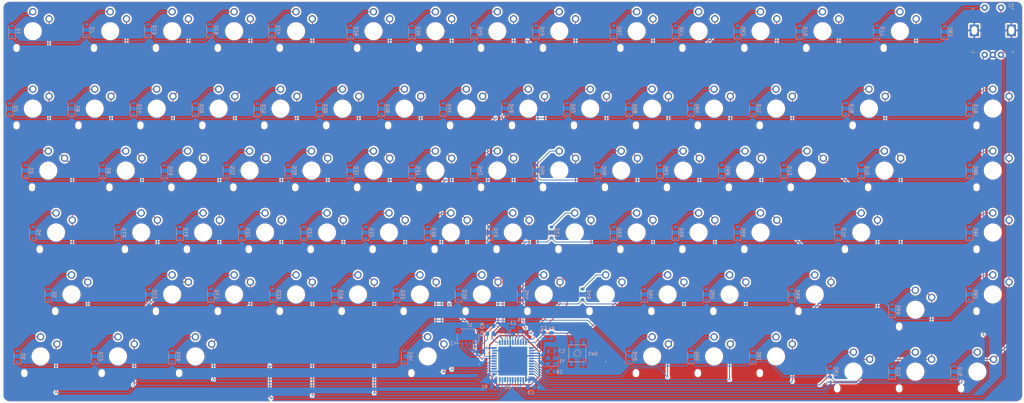
<source format=kicad_pcb>
(kicad_pcb (version 20240108) (generator "pcbnew") (generator_version "8.0")
  (layers (0 "F.Cu" signal) (31 "B.Cu" signal) (34 "B.Paste" user) (35 "F.Paste" user) (36 "B.SilkS" user "B.Silkscreen") (37 "F.SilkS" user "F.Silkscreen") (38 "B.Mask" user) (39 "F.Mask" user) (44 "Edge.Cuts" user))
  (net 0 "")
  (net 1 "Net-(U1-UCAP)")
  (net 2 "GND")
  (net 3 "+5V")
  (net 4 "Net-(U1-XTAL1)")
  (net 5 "Net-(U1-XTAL2)")
  (net 6 "Net-(D1-A)")
  (net 7 "ROW1")
  (net 8 "Net-(D2-A)")
  (net 9 "ROW2")
  (net 10 "Net-(D3-A)")
  (net 11 "ROW3")
  (net 12 "ROW4")
  (net 13 "Net-(D4-A)")
  (net 14 "Net-(D5-A)")
  (net 15 "ROW5")
  (net 16 "ROW6")
  (net 17 "Net-(D6-A)")
  (net 18 "Net-(D7-A)")
  (net 19 "Net-(D8-A)")
  (net 20 "Net-(D9-A)")
  (net 21 "Net-(D10-A)")
  (net 22 "Net-(D11-A)")
  (net 23 "Net-(D12-A)")
  (net 24 "Net-(D13-A)")
  (net 25 "Net-(D14-A)")
  (net 26 "Net-(D15-A)")
  (net 27 "Net-(D16-A)")
  (net 28 "Net-(D17-A)")
  (net 29 "Net-(D18-A)")
  (net 30 "Net-(D19-A)")
  (net 31 "Net-(D20-A)")
  (net 32 "Net-(D21-A)")
  (net 33 "Net-(D22-A)")
  (net 34 "Net-(D23-A)")
  (net 35 "Net-(D24-A)")
  (net 36 "Net-(D25-A)")
  (net 37 "Net-(D26-A)")
  (net 38 "Net-(D27-A)")
  (net 39 "Net-(D28-A)")
  (net 40 "Net-(D29-A)")
  (net 41 "Net-(D30-A)")
  (net 42 "Net-(D31-A)")
  (net 43 "Net-(D32-A)")
  (net 44 "Net-(D33-A)")
  (net 45 "Net-(D34-A)")
  (net 46 "Net-(D35-A)")
  (net 47 "Net-(D36-A)")
  (net 48 "Net-(D37-A)")
  (net 49 "Net-(D38-A)")
  (net 50 "Net-(D39-A)")
  (net 51 "Net-(D40-A)")
  (net 52 "Net-(D41-A)")
  (net 53 "Net-(D42-A)")
  (net 54 "Net-(D43-A)")
  (net 55 "Net-(D44-A)")
  (net 56 "Net-(D45-A)")
  (net 57 "Net-(D46-A)")
  (net 58 "Net-(D47-A)")
  (net 59 "Net-(D48-A)")
  (net 60 "Net-(D49-A)")
  (net 61 "Net-(D50-A)")
  (net 62 "Net-(D51-A)")
  (net 63 "Net-(D52-A)")
  (net 64 "Net-(D53-A)")
  (net 65 "Net-(D54-A)")
  (net 66 "Net-(D55-A)")
  (net 67 "Net-(D56-A)")
  (net 68 "Net-(D57-A)")
  (net 69 "Net-(D58-A)")
  (net 70 "Net-(D59-A)")
  (net 71 "Net-(D60-A)")
  (net 72 "Net-(D61-A)")
  (net 73 "Net-(D62-A)")
  (net 74 "Net-(D63-A)")
  (net 75 "Net-(D64-A)")
  (net 76 "Net-(D65-A)")
  (net 77 "Net-(D66-A)")
  (net 78 "Net-(D67-A)")
  (net 79 "Net-(D68-A)")
  (net 80 "Net-(D69-A)")
  (net 81 "Net-(D70-A)")
  (net 82 "Net-(D71-A)")
  (net 83 "Net-(D72-A)")
  (net 84 "Net-(D73-A)")
  (net 85 "Net-(D74-A)")
  (net 86 "Net-(D75-A)")
  (net 87 "Net-(D76-A)")
  (net 88 "Net-(D77-A)")
  (net 89 "Net-(D78-A)")
  (net 90 "Net-(D79-A)")
  (net 91 "Net-(D80-A)")
  (net 92 "Net-(D81-A)")
  (net 93 "Net-(D82-A)")
  (net 95 "Net-(J1-Pad3)")
  (net 97 "Net-(J1-Pad2)")
  (net 98 "Net-(U1-~{HWB}{slash}PE2)")
  (net 99 "D+")
  (net 100 "D-")
  (net 101 "Net-(U1-~{RESET})")
  (net 102 "ENC_DOWN")
  (net 103 "ENC_UP")
  (net 104 "COL15")
  (net 107 "Net-(D83-A)")
  (net 109 "COL1")
  (net 110 "COL2")
  (net 111 "COL3")
  (net 112 "COL4")
  (net 113 "COL5")
  (net 114 "COL6")
  (net 115 "COL7")
  (net 116 "COL8")
  (net 117 "COL9")
  (net 118 "COL10")
  (net 119 "COL11")
  (net 120 "COL12")
  (net 121 "COL13")
  (net 122 "COL14")
  (footprint "Kailh_PG1353_Solderable:Kailh-PG1353-Solderable-1U" (layer "F.Cu") (at 539.5125 55.39375)
    (property "Reference" "MX58")
    (property "Value" "~")
  )
  (footprint "Kailh_PG1353_Solderable:Kailh-PG1353-Solderable-1U" (layer "F.Cu") (at 453.7875 74.44375)
    (property "Reference" "MX31")
    (property "Value" "~")
  )
  (footprint "Kailh_PG1353_Solderable:Kailh-PG1353-Solderable-1U" (layer "F.Cu") (at 391.875 112.54375)
    (property "Reference" "MX11")
    (property "Value" "~")
  )
  (footprint "Kailh_PG1353_Solderable:Kailh-PG1353-Solderable-1.25U" (layer "F.Cu") (at 351.39375 131.59375)
    (property "Reference" "MX6")
    (property "Value" "~")
  )
  (footprint "Kailh_PG1353_Solderable:Kailh-PG1353-Solderable-1U" (layer "F.Cu") (at 444.2625 55.39375)
    (property "Reference" "MX30")
    (property "Value" "~")
  )
  (footprint "Kailh_PG1353_Solderable:Kailh-PG1353-Solderable-1U" (layer "F.Cu") (at 539.5125 131.59375)
    (property "Reference" "MX50")
    (property "Value" "~")
  )
  (footprint "Kailh_PG1353_Solderable:Kailh-PG1353-Solderable-1U" (layer "F.Cu") (at 510.9375 74.44375)
    (property "Reference" "MX47")
    (property "Value" "~")
  )
  (footprint "Kailh_PG1353_Solderable:Kailh-PG1353-Solderable-1U" (layer "F.Cu") (at 477.6 93.49375)
    (property "Reference" "MX38")
    (property "Value" "~")
  )
  (footprint "Kailh_PG1353_Solderable:Kailh-PG1353-Solderable-6.25U" (layer "F.Cu") (at 470.45625 131.59375)
    (property "Reference" "MX34")
    (property "Value" "~")
  )
  (footprint "Kailh_PG1353_Solderable:Kailh-PG1353-Solderable-1U" (layer "F.Cu") (at 525.225 112.54375)
    (property "Reference" "MX49")
    (property "Value" "~")
  )
  (footprint "Kailh_PG1353_Solderable:Kailh-PG1353-Solderable-1U" (layer "F.Cu") (at 439.5 93.49375)
    (property "Reference" "MX27")
    (property "Value" "~")
  )
  (footprint "Kailh_PG1353_Solderable:Kailh-PG1353-Solderable-2.25U" (layer "F.Cu") (at 603.80625 93.49375)
    (property "Reference" "MX72")
    (property "Value" "~")
  )
  (footprint "Kailh_PG1353_Solderable:Kailh-PG1353-Solderable-1U" (layer "F.Cu") (at 429.975 112.54375)
    (property "Reference" "MX23")
    (property "Value" "~")
  )
  (footprint "Kailh_PG1353_Solderable:Kailh-PG1353-Solderable-1U" (layer "F.Cu") (at 558.5625 55.39375)
    (property "Reference" "MX64")
    (property "Value" "~")
  )
  (footprint "Kailh_PG1353_Solderable:Kailh-PG1353-Solderable-1U" (layer "F.Cu") (at 387.1125 55.39375)
    (property "Reference" "MX14")
    (property "Value" "~")
  )
  (footprint "Kailh_PG1353_Solderable:Kailh-PG1353-Solderable-1U" (layer "F.Cu") (at 577.6125 131.59375)
    (property "Reference" "MX62")
    (property "Value" "~")
  )
  (footprint "Kailh_PG1353_Solderable:Kailh-PG1353-Solderable-1U" (layer "F.Cu") (at 644.2875 112.54375)
    (property "Reference" "MX82")
    (property "Value" "~")
  )
  (footprint "Kailh_PG1353_Solderable:Kailh-PG1353-Solderable-2U" (layer "F.Cu") (at 606.1875 55.39375)
    (property "Reference" "MX76")
    (property "Value" "~")
  )
  (footprint "Kailh_PG1353_Solderable:Kailh-PG1353-Solderable-1U" (layer "F.Cu") (at 472.8375 31.58125)
    (property "Reference" "MX35")
    (property "Value" "~")
  )
  (footprint "Kailh_PG1353_Solderable:Kailh-PG1353-Solderable-1.25U" (layer "F.Cu") (at 399.01875 131.59375)
    (property "Reference" "MX18")
    (property "Value" "~")
  )
  (footprint "Kailh_PG1353_Solderable:Kailh-PG1353-Solderable-1U" (layer "F.Cu") (at 515.7 93.49375)
    (property "Reference" "MX48")
    (property "Value" "~")
  )
  (footprint "Kailh_PG1353_Solderable:Kailh-PG1353-Solderable-1U" (layer "F.Cu") (at 468.075 112.54375)
    (property "Reference" "MX33")
    (property "Value" "~")
  )
  (footprint "Kailh_PG1353_Solderable:Kailh-PG1353-Solderable-1U" (layer "F.Cu") (at 549.0375 74.44375)
    (property "Reference" "MX59")
    (property "Value" "~")
  )
  (footprint "Kailh_PG1353_Solderable:Kailh-PG1353-Solderable-1U" (layer "F.Cu") (at 429.975 31.58125)
    (property "Reference" "MX24")
    (property "Value" "~")
  )
  (footprint "Kailh_PG1353_Solderable:Kailh-PG1353-Solderable-1U" (layer "F.Cu") (at 482.3625 55.39375)
    (property "Reference" "MX41")
    (property "Value" "~")
  )
  (footprint "Kailh_PG1353_Solderable:Kailh-PG1353-Solderable-1U" (layer "F.Cu") (at 563.325 112.54375)
    (property "Reference" "MX61")
    (property "Value" "~")
  )
  (footprint "Kailh_PG1353_Solderable:Kailh-PG1353-Solderable-1U" (layer "F.Cu") (at 410.925 112.54375)
    (property "Reference" "MX17")
    (property "Value" "~")
  )
  (footprint "Kailh_PG1353_Solderable:Kailh-PG1353-Solderable-1U" (layer "F.Cu") (at 572.85 31.58125)
    (property "Reference" "MX63")
    (property "Value" "~")
  )
  (footprint "Kailh_PG1353_Solderable:Kailh-PG1353-Solderable-1U" (layer "F.Cu") (at 553.8 93.49375)
    (property "Reference" "MX60")
    (property "Value" "~")
  )
  (footprint "Kailh_PG1353_Solderable:Kailh-PG1353-Solderable-1U" (layer "F.Cu") (at 506.175 112.54375)
    (property "Reference" "MX44")
    (property "Value" "~")
  )
  (footprint "Kailh_PG1353_Solderable:Kailh-PG1353-Solderable-1U" (layer "F.Cu") (at 368.0625 55.39375)
    (property "Reference" "MX8")
    (property "Value" "~")
  )
  (footprint "Kailh_PG1353_Solderable:Kailh-PG1353-Solderable-1.75U" (layer "F.Cu") (at 356.15625 93.49375)
    (property "Reference" "MX4")
    (property "Value" "~")
  )
  (footprint "Kailh_PG1353_Solderable:Kailh-PG1353-Solderable-1U" (layer "F.Cu") (at 496.65 93.49375)
    (property "Reference" "MX43")
    (property "Value" "~")
  )
  (footprint "Kailh_PG1353_Solderable:Kailh-PG1353-Solderable-1U" (layer "F.Cu") (at 572.85 93.49375)
    (property "Reference" "MX66")
    (property "Value" "~")
  )
  (footprint "Kailh_PG1353_Solderable:Kailh-PG1353-Solderable-1U" (layer "F.Cu") (at 372.825 31.58125)
    (property "Reference" "MX7")
    (property "Value" "~")
  )
  (footprint "Kailh_PG1353_Solderable:Kailh-PG1353-Solderable-1U" (layer "F.Cu") (at 620.475 136.29375)
    (property "Reference" "MX74")
    (property "Value" "~")
  )
  (footprint "Kailh_PG1353_Solderable:Kailh-PG1353-Solderable-1U" (layer "F.Cu") (at 391.875 31.58125)
    (property "Reference" "MX13")
    (property "Value" "~")
  )
  (footprint "Kailh_PG1353_Solderable:Kailh-PG1353-Solderable-1U" (layer "F.Cu") (at 639.525 136.29375)
    (property "Reference" "MX78")
    (property "Value" "~")
  )
  (footprint "Kailh_PG1353_Solderable:Kailh-PG1353-Solderable-1U" (layer "F.Cu") (at 553.8 31.58125)
    (property "Reference" "MX57")
    (property "Value" "~")
  )
  (footprint "Kailh_PG1353_Solderable:Kailh-PG1353-Solderable-1.25U" (layer "F.Cu") (at 375.20625 131.59375)
    (property "Reference" "MX12")
    (property "Value" "~")
  )
  (footprint "Kailh_PG1353_Solderable:Kailh-PG1353-Solderable-1U" (layer "F.Cu") (at 449.025 112.54375)
    (property "Reference" "MX28")
    (property "Value" "~")
  )
  (footprint "Kailh_PG1353_Solderable:Kailh-PG1353-Solderable-1U" (layer "F.Cu") (at 425.2125 55.39375)
    (property "Reference" "MX25")
    (property "Value" "~")
  )
  (footprint "Kailh_PG1353_Solderable:Kailh-PG1353-Solderable-1U" (layer "F.Cu") (at 434.7375 74.44375)
    (property "Reference" "MX26")
    (property "Value" "~")
  )
  (footprint "Kailh_PG1353_Solderable:Kailh-PG1353-Solderable-1U" (layer "F.Cu") (at 644.2875 74.44375)
    (property "Reference" "MX80")
    (property "Value" "~")
  )
  (footprint "Kailh_PG1353_Solderable:Kailh-PG1353-Solderable-1U" (layer "F.Cu") (at 644.2875 55.39375)
    (property "Reference" "MX79")
    (property "Value" "~")
  )
  (footprint "Kailh_PG1353_Solderable:Kailh-PG1353-Solderable-1U" (layer "F.Cu") (at 644.2875 93.49375)
    (property "Reference" "MX81")
    (property "Value" "~")
  )
  (footprint "Kailh_PG1353_Solderable:Kailh-PG1353-Solderable-1U" (layer "F.Cu") (at 534.75 93.49375)
    (property "Reference" "MX54")
    (property "Value" "~")
  )
  (footprint "Kailh_PG1353_Solderable:Kailh-PG1353-Solderable-1U" (layer "F.Cu") (at 491.8875 74.44375)
    (property "Reference" "MX42")
    (property "Value" "~")
  )
  (footprint "Kailh_PG1353_Solderable:Kailh-PG1353-Solderable-1U" (layer "F.Cu") (at 487.125 112.54375)
    (property "Reference" "MX39")
    (property "Value" "~")
  )
  (footprint "Kailh_PG1353_Solderable:Kailh-PG1353-Solderable-2.25U" (layer "F.Cu") (at 360.91875 112.54375)
    (property "Reference" "MX5")
    (property "Value" "~")
  )
  (footprint "Kailh_PG1353_Solderable:Kailh-PG1353-Solderable-1U" (layer "F.Cu") (at 620.475 117.24375)
    (property "Reference" "MX73")
    (property "Value" "~")
  )
  (footprint "Kailh_PG1353_Solderable:Kailh-PG1353-Solderable-1U" (layer "F.Cu") (at 520.4625 55.39375)
    (property "Reference" "MX52")
    (property "Value" "~")
  )
  (footprint "Kailh_PG1353_Solderable:Kailh-PG1353-Solderable-1U" (layer "F.Cu") (at 591.9 31.58125)
    (property "Reference" "MX69")
    (property "Value" "~")
  )
  (footprint "Kailh_PG1353_Solderable:Kailh-PG1353-Solderable-1U" (layer "F.Cu") (at 501.4125 55.39375)
    (property "Reference" "MX46")
    (property "Value" "~")
  )
  (footprint "Kailh_PG1353_Solderable:Kailh-PG1353-Solderable-1U" (layer "F.Cu") (at 453.7875 31.58125)
    (property "Reference" "MX29")
    (property "Value" "~")
  )
  (footprint "Kailh_PG1353_Solderable:Kailh-PG1353-Solderable-1U" (layer "F.Cu") (at 558.5625 131.59375)
    (property "Reference" "MX56")
    (property "Value" "~")
  )
  (footprint "Kailh_PG1353_Solderable:Kailh-PG1353-Solderable-1.75U" (layer "F.Cu") (at 589.51875 112.54375)
    (property "Reference" "MX67")
    (property "Value" "~")
  )
  (footprint "Kailh_PG1353_Solderable:Kailh-PG1353-Solderable-1U" (layer "F.Cu") (at 534.75 31.58125)
    (property "Reference" "MX51")
    (property "Value" "~")
  )
  (footprint "Kailh_PG1353_Solderable:Kailh-PG1353-Solderable-1U" (layer "F.Cu") (at 529.9875 74.44375)
    (property "Reference" "MX53")
    (property "Value" "~")
  )
  (footprint "Kailh_PG1353_Solderable:Kailh-PG1353-Solderable-1U" (layer "F.Cu") (at 349.0125 55.39375)
    (property "Reference" "MX2")
    (property "Value" "~")
  )
  (footprint "Kailh_PG1353_Solderable:Kailh-PG1353-Solderable-1U" (layer "F.Cu") (at 396.6375 74.44375)
    (property "Reference" "MX15")
    (property "Value" "~")
  )
  (footprint "Kailh_PG1353_Solderable:Kailh-PG1353-Solderable-1U" (layer "F.Cu") (at 615.7125 31.58125)
    (property "Reference" "MX75")
    (property "Value" "~")
  )
  (footprint "Kailh_PG1353_Solderable:Kailh-PG1353-Solderable-1U" (layer "F.Cu") (at 587.1375 74.44375)
    (property "Reference" "MX71")
    (property "Value" "~")
  )
  (footprint "Kailh_PG1353_Solderable:Kailh-PG1353-Solderable-1.5U" (layer "F.Cu") (at 353.775 74.44375)
    (property "Reference" "MX3")
    (property "Value" "~")
  )
  (footprint "Kailh_PG1353_Solderable:Kailh-PG1353-Solderable-1U" (layer "F.Cu") (at 568.0875 74.44375)
    (property "Reference" "MX65")
    (property "Value" "~")
  )
  (footprint "Kailh_PG1353_Solderable:Kailh-PG1353-Solderable-1U" (layer "F.Cu") (at 420.45 93.49375)
    (property "Reference" "MX22")
    (property "Value" "~")
  )
  (footprint "Kailh_PG1353_Solderable:Kailh-PG1353-Solderable-1U" (layer "F.Cu") (at 406.1625 55.39375)
    (property "Reference" "MX20")
    (property "Value" "~")
  )
  (footprint "Kailh_PG1353_Solderable:Kailh-PG1353-Solderable-1U" (layer "F.Cu") (at 458.55 93.49375)
    (property "Reference" "MX32")
    (property "Value" "~")
  )
  (footprint "Kailh_PG1353_Solderable:Kailh-PG1353-Solderable-1U" (layer "F.Cu") (at 415.6875 74.44375)
    (property "Reference" "MX21")
    (property "Value" "~")
  )
  (footprint "Kailh_PG1353_Solderable:Kailh-PG1353-Solderable-1U" (layer "F.Cu") (at 377.5875 74.44375)
    (property "Reference" "MX9")
    (property "Value" "~")
  )
  (footprint "Kailh_PG1353_Solderable:Kailh-PG1353-Solderable-1U" (layer "F.Cu") (at 401.4 93.49375)
    (property "Reference" "MX16")
    (property "Value" "~")
  )
  (footprint "Kailh_PG1353_Solderable:Kailh-PG1353-Solderable-1.5U" (layer "F.Cu") (at 610.95 74.44375)
    (property "Reference" "MX77")
    (property "Value" "~")
  )
  (footprint "Kailh_PG1353_Solderable:Kailh-PG1353-Solderable-1U" (layer "F.Cu") (at 577.6125 55.39375)
    (property "Reference" "MX70")
    (property "Value" "~")
  )
  (footprint "Kailh_PG1353_Solderable:Kailh-PG1353-Solderable-1U" (layer "F.Cu") (at 349.0125 31.58125)
    (property "Reference" "MX1")
    (property "Value" "~")
  )
  (footprint "Kailh_PG1353_Solderable:Kailh-PG1353-Solderable-1U" (layer "F.Cu") (at 544.275 112.54375)
    (property "Reference" "MX55")
    (property "Value" "~")
  )
  (footprint "Kailh_PG1353_Solderable:Kailh-PG1353-Solderable-1U" (layer "F.Cu") (at 472.8375 74.44375)
    (property "Reference" "MX37")
    (property "Value" "~")
  )
  (footprint "Kailh_PG1353_Solderable:Kailh-PG1353-Solderable-1U" (layer "F.Cu") (at 510.9375 31.58125)
    (property "Reference" "MX45")
    (property "Value" "~")
  )
  (footprint "Kailh_PG1353_Solderable:Kailh-PG1353-Solderable-1U" (layer "F.Cu") (at 601.425 136.29375)
    (property "Reference" "MX68")
    (property "Value" "~")
  )
  (footprint "Kailh_PG1353_Solderable:Kailh-PG1353-Solderable-1U" (layer "F.Cu") (at 463.3125 55.39375)
    (property "Reference" "MX36")
    (property "Value" "~")
  )
  (footprint "Kailh_PG1353_Solderable:Kailh-PG1353-Solderable-1U" (layer "F.Cu") (at 410.925 31.58125)
    (property "Reference" "MX19")
    (property "Value" "~")
  )
  (footprint "Kailh_PG1353_Solderable:Kailh-PG1353-Solderable-1U" (layer "F.Cu") (at 382.35 93.49375)
    (property "Reference" "MX10")
    (property "Value" "~")
  )
  (footprint "digikey-footprints:Rotary_Encoder_Switched_PEC11R" (layer "F.Cu") (at 638.5875 31.33125)
    (property "Reference" "S1")
    (property "Value" "PEC11R-4215F-S0024")
  )
  (footprint "Kailh_PG1353_Solderable:Kailh-PG1353-Solderable-1U" (layer "F.Cu") (at 491.8875 31.58125)
    (property "Reference" "MX40")
    (property "Value" "~")
  )
  (footprint "Diode_SMD:D_SOD-123" (layer "B.Cu") (at 499.03125 112.60625 90)
    (property "Reference" "D44")
    (property "Value" "D_Small")
  )
  (footprint "Diode_SMD:D_SOD-123" (layer "B.Cu") (at 532.36875 55.39375 90)
    (property "Reference" "D58")
    (property "Value" "D_Small")
  )
  (footprint "Diode_SMD:D_SOD-123" (layer "B.Cu") (at 344.25 131.59375 90)
    (property "Reference" "D6")
    (property "Value" "D_Small")
  )
  (footprint "Diode_SMD:D_SOD-123" (layer "B.Cu") (at 632.38125 136.29375 90)
    (property "Reference" "D76")
    (property "Value" "D_Small")
  )
  (footprint "Diode_SMD:D_SOD-123" (layer "B.Cu") (at 570.46875 55.39375 90)
    (property "Reference" "D71")
    (property "Value" "D_Small")
  )
  (footprint "Diode_SMD:D_SOD-123" (layer "B.Cu") (at 353.775 112.54375 90)
    (property "Reference" "D5")
    (property "Value" "D_Small")
  )
  (footprint "Diode_SMD:D_SOD-123" (layer "B.Cu") (at 403.54375 31.175 90)
    (property "Reference" "D19")
    (property "Value" "D_Small")
  )
  (footprint "Diode_SMD:D_SOD-123" (layer "B.Cu") (at 394.25625 93.49375 90)
    (property "Reference" "D16")
    (property "Value" "D_Small")
  )
  (footprint "Diode_SMD:D_SOD-123" (layer "B.Cu") (at 637.14375 55.39375 90)
    (property "Reference" "D79")
    (property "Value" "D_Small")
  )
  (footprint "Diode_SMD:D_SOD-123" (layer "B.Cu") (at 370.44375 74.44375 90)
    (property "Reference" "D9")
    (property "Value" "D_Small")
  )
  (footprint "Diode_SMD:D_SOD-123" (layer "B.Cu") (at 413.30625 93.49375 90)
    (property "Reference" "D22")
    (property "Value" "D_Small")
  )
  (footprint "Diode_SMD:D_SOD-123" (layer "B.Cu") (at 422.83125 112.54375 90)
    (property "Reference" "D23")
    (property "Value" "D_Small")
  )
  (footprint "Diode_SMD:D_SOD-123" (layer "B.Cu") (at 613.33125 136.29375 90)
    (property "Reference" "D72")
    (property "Value" "D_Small")
  )
  (footprint "Diode_SMD:D_SOD-123" (layer "B.Cu") (at 579.99375 74.44375 90)
    (property "Reference" "D73")
    (property "Value" "D_Small")
  )
  (footprint "Diode_SMD:D_SOD-123" (layer "B.Cu") (at 484.74375 74.44375 90)
    (property "Reference" "D42")
    (property "Value" "D_Small")
  )
  (footprint "Diode_SMD:D_SOD-123" (layer "B.Cu") (at 594.28125 136.29375 90)
    (property "Reference" "D67")
    (property "Value" "D_Small")
  )
  (footprint "Resistor_SMD:R_0805_2012Metric" (layer "B.Cu") (at 489.74375 124.61875)
    (property "Reference" "R3")
    (property "Value" "22" (hide yes))
  )
  (footprint "Capacitor_SMD:C_0805_2012Metric" (layer "B.Cu") (at 506.175 125.24375 90)
    (property "Reference" "C2")
    (property "Value" "0.1uF" (hide yes))
  )
  (footprint "Diode_SMD:D_SOD-123" (layer "B.Cu") (at 546.65625 93.49375 90)
    (property "Reference" "D59")
    (property "Value" "D_Small")
  )
  (footprint "Diode_SMD:D_SOD-123" (layer "B.Cu") (at 360.91875 55.39375 90)
    (property "Reference" "D8")
    (property "Value" "D_Small")
  )
  (footprint "Diode_SMD:D_SOD-123" (layer "B.Cu") (at 629.38125 31.75 90)
    (property "Reference" "D83")
    (property "Value" "D_Small")
  )
  (footprint "Diode_SMD:D_SOD-123" (layer "B.Cu") (at 437.11875 55.39375 90)
    (property "Reference" "D30")
    (property "Value" "D_Small")
  )
  (footprint "Diode_SMD:D_SOD-123" (layer "B.Cu") (at 582.375 112.54375 90)
    (property "Reference" "D66")
    (property "Value" "D_Small")
  )
  (footprint "Diode_SMD:D_SOD-123" (layer "B.Cu") (at 508.55625 93.49375 90)
    (property "Reference" "D47")
    (property "Value" "D_Small")
  )
  (footprint "Diode_SMD:D_SOD-123" (layer "B.Cu") (at 475.21875 55.39375 90)
    (property "Reference" "D41")
    (property "Value" "D_Small")
  )
  (footprint "Diode_SMD:D_SOD-123" (layer "B.Cu") (at 596.6625 93.49375 90)
    (property "Reference" "D74")
    (property "Value" "D_Small")
  )
  (footprint "Diode_SMD:D_SOD-123" (layer "B.Cu") (at 484.74375 31.58125 90)
    (property "Reference" "D40")
    (property "Value" "D_Small")
  )
  (footprint "Diode_SMD:D_SOD-123" (layer "B.Cu") (at 465.69375 31.58125 90)
    (property "Reference" "D35")
    (property "Value" "D_Small")
  )
  (footprint "Diode_SMD:D_SOD-123" (layer "B.Cu") (at 365.44375 31.175 90)
    (property "Reference" "D7")
    (property "Value" "D_Small")
  )
  (footprint "Diode_SMD:D_SOD-123" (layer "B.Cu") (at 584.75625 31.64375 90)
    (property "Reference" "D70")
    (property "Value" "D_Small")
  )
  (footprint "Diode_SMD:D_SOD-123" (layer "B.Cu") (at 503.79375 74.44375 90)
    (property "Reference" "D50")
    (property "Value" "D_Small")
  )
  (footprint "Diode_SMD:D_SOD-123" (layer "B.Cu") (at 465.69375 74.44375 90)
    (property "Reference" "D37")
    (property "Value" "D_Small")
  )
  (footprint "Capacitor_SMD:C_0805_2012Metric" (layer "B.Cu") (at 502.20625 141.11875)
    (property "Reference" "C3")
    (property "Value" "0.1uF")
  )
  (footprint "Diode_SMD:D_SOD-123" (layer "B.Cu") (at 613.33125 117.30625 90)
    (property "Reference" "D69")
    (property "Value" "D_Small")
  )
  (footprint "Diode_SMD:D_SOD-123" (layer "B.Cu") (at 346.63125 74.44375 90)
    (property "Reference" "D3")
    (property "Value" "D_Small")
  )
  (footprint "Diode_SMD:D_SOD-123" (layer "B.Cu") (at 565.70625 93.49375 90)
    (property "Reference" "D65")
    (property "Value" "D_Small")
  )
  (footprint "Diode_SMD:D_SOD-123" (layer "B.Cu") (at 541.89375 74.44375 90)
    (property "Reference" "D62")
    (property "Value" "D_Small")
  )
  (footprint "Diode_SMD:D_SOD-123" (layer "B.Cu") (at 391.875 131.59375 90)
    (property "Reference" "D18")
    (property "Value" "D_Small")
  )
  (footprint "Diode_SMD:D_SOD-123" (layer "B.Cu") (at 532.36875 131.53125 90)
    (property "Reference" "D49")
    (property "Value" "D_Small" (hide yes))
  )
  (footprint "Package_QFP:TQFP-44_10x10mm_P0.8mm" (layer "B.Cu") (at 496.65 133.0375 -90)
    (property "Reference" "U1")
    (property "Value" "ATmega32U4-A")
  )
  (footprint "Diode_SMD:D_SOD-123" (layer "B.Cu") (at 446.64375 74.50625 90)
    (property "Reference" "D31")
    (property "Value" "D_Small")
  )
  (footprint "Diode_SMD:D_SOD-123" (layer "B.Cu") (at 427.59375 74.44375 90)
    (property "Reference" "D26")
    (property "Value" "D_Small")
  )
  (footprint "Diode_SMD:D_SOD-123" (layer "B.Cu") (at 603.80625 74.44375 90)
    (property "Reference" "D75")
    (property "Value" "D_Small")
  )
  (footprint "Diode_SMD:D_SOD-123" (layer "B.Cu") (at 546.65625 31.58125 90)
    (property "Reference" "D57")
    (property "Value" "D_Small")
  )
  (footprint "footprints:CON_781710004" (layer "B.Cu") (at 481.053999 127.502499)
    (property "Reference" "J1")
    (property "Value" "781710004" (hide yes))
  )
  (footprint "Diode_SMD:D_SOD-123" (layer "B.Cu") (at 479.98125 112.54375 90)
    (property "Reference" "D39")
    (property "Value" "D_Small")
  )
  (footprint "Diode_SMD:D_SOD-123" (layer "B.Cu") (at 608.56875 31.58125 90)
    (property "Reference" "D77")
    (property "Value" "D_Small")
  )
  (footprint "Diode_SMD:D_SOD-123" (layer "B.Cu") (at 375.20625 93.55625 90)
    (property "Reference" "D10")
    (property "Value" "D_Small")
  )
  (footprint "Crystal:Crystal_SMD_3225-4Pin_3.2x2.5mm" (layer "B.Cu") (at 508.55625 133.0375 180)
    (property "Reference" "Y1")
    (property "Value" "16MHz" (hide yes))
  )
  (footprint "Diode_SMD:D_SOD-123" (layer "B.Cu") (at 422.59375 31.175 90)
    (property "Reference" "D24")
    (property "Value" "D_Small")
  )
  (footprint "Diode_SMD:D_SOD-123" (layer "B.Cu") (at 441.88125 112.54375 90)
    (property "Reference" "D28")
    (property "Value" "D_Small")
  )
  (footprint "Diode_SMD:D_SOD-123" (layer "B.Cu") (at 565.70625 31.58125 90)
    (property "Reference" "D63")
    (property "Value" "D_Small")
  )
  (footprint "Diode_SMD:D_SOD-123" (layer "B.Cu") (at 451.40625 93.49375 90)
    (property "Reference" "D32")
    (property "Value" "D_Small")
  )
  (footprint "Diode_SMD:D_SOD-123" (layer "B.Cu") (at 522.84375 74.50625 90)
    (property "Reference" "D56")
    (property "Value" "D_Small")
  )
  (footprint "Diode_SMD:D_SOD-123" (layer "B.Cu") (at 342.6625 31.58125 90)
    (property "Reference" "D1")
    (property "Value" "D_Small" (hide yes))
  )
  (footprint "Resistor_SMD:R_0805_2012Metric" (layer "B.Cu") (at 508.55625 125.24375 -90)
    (property "Reference" "R4")
    (property "Value" "10k")
  )
  (footprint "Diode_SMD:D_SOD-123" (layer "B.Cu") (at 551.41875 55.39375 90)
    (property "Reference" "D64")
    (property "Value" "D_Small")
  )
  (footprint "Diode_SMD:D_SOD-123" (layer "B.Cu") (at 460.93125 112.54375 90)
    (property "Reference" "D33")
    (property "Value" "D_Small")
  )
  (footprint "Diode_SMD:D_SOD-123" (layer "B.Cu") (at 560.94375 74.44375 90)
    (property "Reference" "D68")
    (property "Value" "D_Small")
  )
  (footprint "Diode_SMD:D_SOD-123" (layer "B.Cu") (at 408.54375 74.44375 90)
    (property "Reference" "D21")
    (property "Value" "D_Small")
  )
  (footprint "Diode_SMD:D_SOD-123" (layer "B.Cu") (at 418.06875 55.45625 90)
    (property "Reference" "D25")
    (property "Value" "D_Small")
  )
  (footprint "Diode_SMD:D_SOD-123" (layer "B.Cu") (at 470.45625 93.43125 90)
    (property "Reference" "D38")
    (property "Value" "D_Small")
  )
  (footprint "Diode_SMD:D_SOD-123" (layer "B.Cu") (at 527.60625 93.49375 90)
    (property "Reference" "D53")
    (property "Value" "D_Small")
  )
  (footprint "Resistor_SMD:R_0805_2012Metric" (layer "B.Cu") (at 491.09375 140.975 180)
    (property "Reference" "R1")
    (property "Value" "10k")
  )
  (footprint "Capacitor_SMD:C_0805_2012Metric" (layer "B.Cu") (at 486.725 130.175 180)
    (property "Reference" "C4")
    (property "Value" "0.1uF")
  )
  (footprint "Diode_SMD:D_SOD-123" (layer "B.Cu") (at 384.49375 31.175 90)
    (property "Reference" "D13")
    (property "Value" "D_Small")
  )
  (footprint "Diode_SMD:D_SOD-123" (layer "B.Cu") (at 456.16875 55.39375 90)
    (property "Reference" "D36")
    (property "Value" "D_Small")
  )
  (footprint "Diode_SMD:D_SOD-123" (layer "B.Cu") (at 599.04375 55.33125 90)
    (property "Reference" "D78")
    (property "Value" "D_Small")
  )
  (footprint "Diode_SMD:D_SOD-123" (layer "B.Cu") (at 527.60625 31.58125 90)
    (property "Reference" "D51")
    (property "Value" "D_Small")
  )
  (footprint "Resistor_SMD:R_0805_2012Metric" (layer "B.Cu") (at 489.74375 122.2375)
    (property "Reference" "R2")
    (property "Value" "22")
  )
  (footprint "Diode_SMD:D_SOD-123" (layer "B.Cu") (at 341.86875 55.39375 90)
    (property "Reference" "D2")
    (property "Value" "D_Small")
  )
  (footprint "Diode_SMD:D_SOD-123" (layer "B.Cu") (at 537.13125 112.54375 90)
    (property "Reference" "D54")
    (property "Value" "D_Small")
  )
  (footprint "Diode_SMD:D_SOD-123" (layer "B.Cu") (at 463.3125 131.59375 90)
    (property "Reference" "D34")
    (property "Value" "D_Small")
  )
  (footprint "Diode_SMD:D_SOD-123" (layer "B.Cu") (at 432.35625 93.49375 90)
    (property "Reference" "D27")
    (property "Value" "D_Small")
  )
  (footprint "Diode_SMD:D_SOD-123" (layer "B.Cu") (at 518.08125 112.54375 90)
    (property "Reference" "D48")
    (property "Value" "D_Small")
  )
  (footprint "Diode_SMD:D_SOD-123" (layer "B.Cu") (at 556.18125 112.54375 90)
    (property "Reference" "D60")
    (property "Value" "D_Small")
  )
  (footprint "Diode_SMD:D_SOD-123" (layer "B.Cu") (at 379.96875 55.39375 90)
    (property "Reference" "D14")
    (property "Value" "D_Small")
  )
  (footprint "Diode_SMD:D_SOD-123" (layer "B.Cu") (at 570.46875 131.59375 90)
    (property "Reference" "D61")
    (property "Value" "D_Small" (hide yes))
  )
  (footprint "Diode_SMD:D_SOD-123" (layer "B.Cu") (at 637.14375 93.49375 90)
    (property "Reference" "D81")
    (property "Value" "D_Small")
  )
  (footprint "Capacitor_SMD:C_0805_2012Metric" (layer "B.Cu") (at 508.55625 129.8625 180)
    (property "Reference" "C7")
    (property "Value" "22pF")
  )
  (footprint "Diode_SMD:D_SOD-123" (layer "B.Cu") (at 399.01875 55.39375 90)
    (property "Reference" "D20")
    (property "Value" "D_Small")
  )
  (footprint "Capacitor_SMD:C_0805_2012Metric" (layer "B.Cu") (at 496.65 123.65625 90)
    (property "Reference" "C1")
    (property "Value" "1uF" (hide yes))
  )
  (footprint "Diode_SMD:D_SOD-123" (layer "B.Cu") (at 551.41875 131.53125 90)
    (property "Reference" "D55")
    (property "Value" "D_Small")
  )
  (footprint "Diode_SMD:D_SOD-123" (layer "B.Cu") (at 349.0125 93.49375 90)
    (property "Reference" "D4")
    (property "Value" "D_Small")
  )
  (footprint "Diode_SMD:D_SOD-123" (layer "B.Cu") (at 637.14375 112.48125 90)
    (property "Reference" "D82")
    (property "Value" "D_Small")
  )
  (footprint "random-keyboard-parts:SKQG-1155865" (layer "B.Cu") (at 516.49375 130.65625 -90)
    (property "Reference" "SW1")
    (property "Value" "SW_Push")
  )
  (footprint "Capacitor_SMD:C_0805_2012Metric" (layer "B.Cu") (at 499.03125 122.8625 90)
    (property "Reference" "C5")
    (property "Value" "10uF")
  )
  (footprint "Capacitor_SMD:C_0805_2012Metric" (layer "B.Cu") (at 508.4 136.2125 180)
    (property "Reference" "C6")
    (property "Value" "22pF" (hide yes))
  )
  (footprint "Diode_SMD:D_SOD-123" (layer "B.Cu") (at 389.49375 74.50625 90)
    (property "Reference" "D15")
    (property "Value" "D_Small")
  )
  (footprint "Diode_SMD:D_SOD-123" (layer "B.Cu") (at 637.14375 74.44375 90)
    (property "Reference" "D80")
    (property "Value" "D_Small")
  )
  (footprint "Diode_SMD:D_SOD-123" (layer "B.Cu") (at 368.0625 131.59375 90)
    (property "Reference" "D12")
    (property "Value" "D_Small")
  )
  (footprint "Diode_SMD:D_SOD-123" (layer "B.Cu") (at 403.78125 112.54375 90)
    (property "Reference" "D17")
    (property "Value" "D_Small")
  )
  (footprint "Diode_SMD:D_SOD-123" (layer "B.Cu") (at 446.64375 31.58125 90)
    (property "Reference" "D29")
    (property "Value" "D_Small")
  )
  (footprint "Diode_SMD:D_SOD-123" (layer "B.Cu") (at 503.79375 31.58125 90)
    (property "Reference" "D45")
    (property "Value" "D_Small")
  )
  (footprint "Diode_SMD:D_SOD-123" (layer "B.Cu") (at 513.31875 55.33125 90)
    (property "Reference" "D52")
    (property "Value" "D_Small")
  )
  (footprint "Diode_SMD:D_SOD-123" (layer "B.Cu") (at 489.50625 93.49375 90)
    (property "Reference" "D43")
    (property "Value" "D_Small")
  )
  (footprint "Diode_SMD:D_SOD-123" (layer "B.Cu") (at 494.26875 55.33125 90)
    (property "Reference" "D46")
    (property "Value" "D_Small")
  )
  (footprint "Diode_SMD:D_SOD-123" (layer "B.Cu") (at 384.73125 112.54375 90)
    (property "Reference" "D11")
    (property "Value" "D_Small")
  )
  (gr_line (start 341.86875 145.88125) (end 651.43125 145.88125) (stroke (width 0.05)) (layer "Edge.Cuts"))
  (gr_line (start 651.43125 22.05625) (end 341.86875 22.05625) (stroke (width 0.05)) (layer "Edge.Cuts"))
  (gr_line (start 339.4875 24.4375) (end 339.4875 143.5) (stroke (width 0.05)) (layer "Edge.Cuts"))
  (gr_line (start 653.8125 143.5) (end 653.8125 24.4375) (stroke (width 0.05)) (layer "Edge.Cuts"))
  (gr_arc (start 653.8125 143.5) (mid 653.115048 145.183798) (end 651.43125 145.88125) (stroke (width 0.05)) (layer "Edge.Cuts"))
  (gr_arc (start 341.86875 145.88125) (mid 340.184952 145.183798) (end 339.4875 143.5) (stroke (width 0.05)) (layer "Edge.Cuts"))
  (gr_arc (start 651.43125 22.05625) (mid 653.115048 22.753702) (end 653.8125 24.4375) (stroke (width 0.05)) (layer "Edge.Cuts"))
  (gr_arc (start 339.4875 24.4375) (mid 340.184952 22.753702) (end 341.86875 22.05625) (stroke (width 0.05)) (layer "Edge.Cuts"))
  (segment (start 496.65 127.3375) (end 496.65 124.60625) (width 0.254) (layer "B.Cu") (net 1))
  (via (at 504.5875 141.11875) (size 0.6) (drill 0.3) (layers "F.Cu" "B.Cu") (net 2))
  (via (at 525.225 133.18125) (size 0.6) (drill 0.3) (layers "F.Cu" "B.Cu") (net 2))
  (via (at 486.33125 133.975) (size 0.6) (drill 0.3) (layers "F.Cu" "B.Cu") (net 2))
  (via (at 484.1875 130.175) (size 0.6) (drill 0.3) (layers "F.Cu" "B.Cu") (net 2))
  (segment (start 507.45625 133.8875) (end 507.70225 133.8875) (width 0.254) (layer "B.Cu") (net 2))
  (segment (start 493.375 129.8375) (end 493.7125 130.175) (width 0.381) (layer "B.Cu") (net 2))
  (segment (start 505.5375 131.4375) (end 506.175 130.8) (width 0.381) (layer "B.Cu") (net 2))
  (segment (start 490.95 136.2375) (end 494.15 136.2375) (width 0.381) (layer "B.Cu") (net 2))
  (segment (start 488.7125 137.344) (end 488.7125 138.7375) (width 0.381) (layer "B.Cu") (net 2))
  (segment (start 509.40225 132.1875) (end 509.65625 132.1875) (width 0.254) (layer "B.Cu") (net 2))
  (segment (start 495.85 127.3375) (end 495.85 129.20625) (width 0.381) (layer "B.Cu") (net 2))
  (segment (start 490.95 129.8375) (end 493.375 129.8375) (width 0.381) (layer "B.Cu") (net 2))
  (segment (start 500.775 131.4375) (end 500.61875 131.59375) (width 0.381) (layer "B.Cu") (net 2))
  (segment (start 497.44375 121.9125) (end 496.65 122.70625) (width 0.381) (layer "B.Cu") (net 2))
  (segment (start 495.5345 123.82175) (end 496.65 122.70625) (width 0.381) (layer "B.Cu") (net 2))
  (segment (start 499.03125 121.9125) (end 497.44375 121.9125) (width 0.381) (layer "B.Cu") (net 2))
  (segment (start 495.85 129.20625) (end 495.85625 129.2125) (width 0.381) (layer "B.Cu") (net 2))
  (segment (start 490.95 136.2375) (end 489.819 136.2375) (width 0.381) (layer "B.Cu") (net 2))
  (segment (start 502.35 131.4375) (end 505.5375 131.4375) (width 0.381) (layer "B.Cu") (net 2))
  (segment (start 500.65 138.7375) (end 500.65 136.3875) (width 0.381) (layer "B.Cu") (net 2))
  (segment (start 489.819 136.2375) (end 488.7125 137.344) (width 0.381) (layer "B.Cu") (net 2))
  (segment (start 507.70225 133.8875) (end 509.40225 132.1875) (width 0.254) (layer "B.Cu") (net 2))
  (segment (start 495.5345 125.128482) (end 495.5345 123.82175) (width 0.381) (layer "B.Cu") (net 2))
  (segment (start 502.35 131.4375) (end 500.775 131.4375) (width 0.381) (layer "B.Cu") (net 2))
  (segment (start 509.65625 135.90625) (end 509.35 136.2125) (width 0.254) (layer "B.Cu") (net 2))
  (segment (start 495.85 127.3375) (end 495.85 125.443982) (width 0.381) (layer "B.Cu") (net 2))
  (segment (start 495.85 125.443982) (end 495.5345 125.128482) (width 0.381) (layer "B.Cu") (net 2))
  (segment (start 492.38125 125.24375) (end 489.50625 128.11875) (width 0.381) (layer "F.Cu") (net 3))
  (segment (start 489.50625 128.11875) (end 489.50625 129.2125) (width 0.381) (layer "F.Cu") (net 3))
  (segment (start 489.0625 129.2125) (end 488.8875 129.0375) (width 0.381) (layer "F.Cu") (net 3))
  (segment (start 491.8875 140.325) (end 490.3 138.7375) (width 0.381) (layer "F.Cu") (net 3))
  (segment (start 502.603125 139.89375) (end 504.834375 137.6625) (width 0.381) (layer "F.Cu") (net 3))
  (segment (start 489.50625 129.2125) (end 489.0625 129.2125) (width 0.381) (layer "F.Cu") (net 3))
  (segment (start 499.825 125.24375) (end 498.2375 125.24375) (width 0.381) (layer "F.Cu") (net 3))
  (segment (start 502.603125 139.89375) (end 502.171875 140.325) (width 0.381) (layer "F.Cu") (net 3))
  (segment (start 502.171875 140.325) (end 491.8875 140.325) (width 0.381) (layer "F.Cu") (net 3))
  (segment (start 489.50625 129.2125) (end 489.50625 137.15) (width 0.381) (layer "F.Cu") (net 3))
  (segment (start 490.3 138.7375) (end 490.3 137.94375) (width 0.381) (layer "F.Cu") (net 3))
  (segment (start 489.50625 137.15) (end 490.3 137.94375) (width 0.381) (layer "F.Cu") (net 3))
  (segment (start 504.834375 130.253125) (end 499.825 125.24375) (width 0.381) (layer "F.Cu") (net 3))
  (segment (start 504.834375 137.6625) (end 504.834375 130.253125) (width 0.381) (layer "F.Cu") (net 3))
  (segment (start 492.38125 125.24375) (end 498.2375 125.24375) (width 0.381) (layer "F.Cu") (net 3))
  (via (at 504.834375 130.253125) (size 0.6) (drill 0.3) (layers "F.Cu" "B.Cu") (net 3))
  (via (at 502.603125 139.89375) (size 0.6) (drill 0.3) (layers "F.Cu" "B.Cu") (net 3))
  (via (at 492.38125 125.24375) (size 0.6) (drill 0.3) (layers "F.Cu" "B.Cu") (net 3))
  (via (at 488.8875 129.0375) (size 0.6) (drill 0.3) (layers "F.Cu" "B.Cu") (net 3))
  (via (at 498.2375 125.24375) (size 0.6) (drill 0.3) (layers "F.Cu" "B.Cu") (net 3))
  (via (at 490.3 137.94375) (size 0.6) (drill 0.3) (layers "F.Cu" "B.Cu") (net 3))
  (segment (start 490.95 129.0375) (end 488.8375 129.0375) (width 0.381) (layer "B.Cu") (net 3))
  (segment (start 501.378125 141.11875) (end 501.25625 141.11875) (width 0.381) (layer "B.Cu") (net 3))
  (segment (start 504.45 130.6375) (end 502.35 130.6375) (width 0.381) (layer "B.Cu") (net 3))
  (segment (start 490.95 137.29375) (end 490.3 137.94375) (width 0.381) (layer "B.Cu") (net 3))
  (segment (start 498.2375 124.656482) (end 498.2375 125.24375) (width 0.381) (layer "B.Cu") (net 3))
  (segment (start 490.95 137.0375) (end 490.95 137.29375) (width 0.381) (layer "B.Cu") (net 3))
  (segment (start 492.48725 125.24375) (end 492.38125 125.24375) (width 0.381) (layer "B.Cu") (net 3))
  (segment (start 506.2125 126.15625) (end 506.175 126.19375) (width 0.381) (layer "B.Cu") (net 3))
  (segment (start 502.603125 139.89375) (end 501.378125 141.11875) (width 0.381) (layer "B.Cu") (net 3))
  (segment (start 486.5595 131.2905) (end 483.7155 131.2905) (width 0.381) (layer "B.Cu") (net 3))
  (segment (start 493.45 126.2065) (end 492.48725 125.24375) (width 0.381) (layer "B.Cu") (net 3))
  (segment (start 499.03125 123.8125) (end 499.03125 123.862732) (width 0.381) (layer "B.Cu") (net 3))
  (segment (start 499.03125 123.862732) (end 498.2375 124.656482) (width 0.381) (layer "B.Cu") (net 3))
  (segment (start 493.45 127.3375) (end 493.45 126.2065) (width 0.381) (layer "B.Cu") (net 3))
  (segment (start 498.2375 125.24375) (end 497.45 126.03125) (width 0.381) (layer "B.Cu") (net 3))
  (segment (start 487.675 129.38125) (end 488.01875 129.0375) (width 0.381) (layer "B.Cu") (net 3))
  (segment (start 487.675 130.175) (end 487.675 129.38125) (width 0.381) (layer "B.Cu") (net 3))
  (segment (start 481.053999 128.628999) (end 481.053999 127.502499) (width 0.381) (layer "B.Cu") (net 3))
  (segment (start 508.55625 126.15625) (end 506.2125 126.15625) (width 0.381) (layer "B.Cu") (net 3))
  (segment (start 501.25625 141.11875) (end 499.85 139.7125) (width 0.381) (layer "B.Cu") (net 3))
  (segment (start 488.01875 129.0375) (end 488.8875 129.0375) (width 0.381) (layer "B.Cu") (net 3))
  (segment (start 497.45 126.03125) (end 497.45 127.3375) (width 0.381) (layer "B.Cu") (net 3))
  (segment (start 499.85 139.7125) (end 499.85 138.7375) (width 0.381) (layer "B.Cu") (net 3))
  (segment (start 505.38125 126.9875) (end 505.38125 129.70625) (width 0.381) (layer "B.Cu") (net 3))
  (segment (start 483.7155 131.2905) (end 481.053999 128.628999) (width 0.381) (layer "B.Cu") (net 3))
  (segment (start 487.675 130.175) (end 486.5595 131.2905) (width 0.381) (layer "B.Cu") (net 3))
  (segment (start 505.38125 129.70625) (end 504.45 130.6375) (width 0.381) (layer "B.Cu") (net 3))
  (segment (start 506.175 126.19375) (end 505.38125 126.9875) (width 0.381) (layer "B.Cu") (net 3))
  (segment (start 507.45 136.2125) (end 509.65625 134.00625) (width 0.254) (layer "B.Cu") (net 4))
  (segment (start 502.35 133.0375) (end 503.354 133.0375) (width 0.254) (layer "B.Cu") (net 4))
  (segment (start 506.529 136.2125) (end 507.45 136.2125) (width 0.254) (layer "B.Cu") (net 4))
  (segment (start 509.65625 134.00625) (end 509.65625 133.8875) (width 0.254) (layer "B.Cu") (net 4))
  (segment (start 503.354 133.0375) (end 506.529 136.2125) (width 0.254) (layer "B.Cu") (net 4))
  (segment (start 507.40625 132.2375) (end 502.35 132.2375) (width 0.254) (layer "B.Cu") (net 5))
  (segment (start 507.45625 132.1875) (end 507.40625 132.2375) (width 0.254) (layer "B.Cu") (net 5))
  (segment (start 507.45625 132.1875) (end 507.45625 130.0125) (width 0.254) (layer "B.Cu") (net 5))
  (segment (start 507.45625 130.0125) (end 507.60625 129.8625) (width 0.254) (layer "B.Cu") (net 5))
  (segment (start 346.21875 26.375) (end 342.6625 29.93125) (width 0.254) (layer "B.Cu") (net 6))
  (segment (start 349.80625 26.375) (end 346.21875 26.375) (width 0.254) (layer "B.Cu") (net 6))
  (segment (start 513.31875 108.798706) (end 504.3395 99.819456) (width 0.254) (layer "F.Cu") (net 7))
  (segment (start 504.3395 99.819456) (end 504.3395 37.68325) (width 0.254) (layer "F.Cu") (net 7))
  (segment (start 513.31875 115.71875) (end 513.31875 108.798706) (width 0.254) (layer "F.Cu") (net 7))
  (segment (start 504.3395 37.68325) (end 501.1645 34.50825) (width 0.254) (layer "F.Cu") (net 7))
  (segment (start 503 126.0375) (end 513.31875 115.71875) (width 0.254) (layer "F.Cu") (net 7))
  (via (at 501.1645 34.50825) (size 0.6) (drill 0.3) (layers "F.Cu" "B.Cu") (net 7))
  (via (at 503 126.0375) (size 0.6) (drill 0.3) (layers "F.Cu" "B.Cu") (net 7))
  (segment (start 528.88325 34.50825) (end 545.37925 34.50825) (width 0.254) (layer "B.Cu") (net 7))
  (segment (start 503 126.0375) (end 502.777 126.2605) (width 0.254) (layer "B.Cu") (net 7))
  (segment (start 382.8105 34.50825) (end 384.49375 32.825) (width 0.254) (layer "B.Cu") (net 7))
  (segment (start 405.899372 34.50825) (end 420.9105 34.50825) (width 0.254) (layer "B.Cu") (net 7))
  (segment (start 501.1645 34.50825) (end 486.02075 34.50825) (width 0.254) (layer "B.Cu") (net 7))
  (segment (start 526.32925 34.50825) (end 527.60625 33.23125) (width 0.254) (layer "B.Cu") (net 7))
  (segment (start 547.93325 34.50825) (end 564.42925 34.50825) (width 0.254) (layer "B.Cu") (net 7))
  (segment (start 362.96675 35.302) (end 365.44375 32.825) (width 0.254) (layer "B.Cu") (net 7))
  (segment (start 365.44375 32.825) (end 367.127 34.50825) (width 0.254) (layer "B.Cu") (net 7))
  (segment (start 465.69375 33.23125) (end 466.97075 34.50825) (width 0.254) (layer "B.Cu") (net 7))
  (segment (start 503.79375 33.23125) (end 505.07075 34.50825) (width 0.254) (layer "B.Cu") (net 7))
  (segment (start 502.777 126.2605) (end 500.048 126.2605) (width 0.254) (layer "B.Cu") (net 7))
  (segment (start 344.73325 35.302) (end 362.96675 35.302) (width 0.254) (layer "B.Cu") (net 7))
  (segment (start 502.51675 34.50825) (end 503.79375 33.23125) (width 0.254) (layer "B.Cu") (net 7))
  (segment (start 447.92075 34.50825) (end 446.64375 33.23125) (width 0.254) (layer "B.Cu") (net 7))
  (segment (start 486.02075 34.50825) (end 484.74375 33.23125) (width 0.254) (layer "B.Cu") (net 7))
  (segment (start 608.56875 33.23125) (end 609.84575 34.50825) (width 0.254) (layer "B.Cu") (net 7))
  (segment (start 499.85 126.4585) (end 499.85 127.3375) (width 0.254) (layer "B.Cu") (net 7))
  (segment (start 422.59375 32.825) (end 424.277 34.50825) (width 0.254) (layer "B.Cu") (net 7))
  (segment (start 420.9105 34.50825) (end 422.59375 32.825) (width 0.254) (layer "B.Cu") (net 7))
  (segment (start 545.37925 34.50825) (end 546.65625 33.23125) (width 0.254) (layer "B.Cu") (net 7))
  (segment (start 445.36675 34.50825) (end 446.64375 33.23125) (width 0.254) (layer "B.Cu") (net 7))
  (segment (start 386.849372 34.50825) (end 401.8605 34.50825) (width 0.254) (layer "B.Cu") (net 7))
  (segment (start 607.29175 34.50825) (end 608.56875 33.23125) (width 0.254) (layer "B.Cu") (net 7))
  (segment (start 501.1645 34.50825) (end 502.51675 34.50825) (width 0.254) (layer "B.Cu") (net 7))
  (segment (start 565.70625 33.23125) (end 566.98325 34.50825) (width 0.254) (layer "B.Cu") (net 7))
  (segment (start 385.166122 32.825) (end 386.849372 34.50825) (width 0.254) (layer "B.Cu") (net 7))
  (segment (start 401.8605 34.50825) (end 403.54375 32.825) (width 0.254) (layer "B.Cu") (net 7))
  (segment (start 500.048 126.2605) (end 499.85 126.4585) (width 0.254) (layer "B.Cu") (net 7))
  (segment (start 546.65625 33.23125) (end 547.93325 34.50825) (width 0.254) (layer "B.Cu") (net 7))
  (segment (start 384.49375 32.825) (end 385.166122 32.825) (width 0.254) (layer "B.Cu") (net 7))
  (segment (start 566.98325 34.50825) (end 583.54175 34.50825) (width 0.254) (layer "B.Cu") (net 7))
  (segment (start 584.75625 33.29375) (end 585.97075 34.50825) (width 0.254) (layer "B.Cu") (net 7))
  (segment (start 424.277 34.50825) (end 445.36675 34.50825) (width 0.254) (layer "B.Cu") (net 7))
  (segment (start 628.273 34.50825) (end 629.38125 33.4) (width 0.254) (layer "B.Cu") (net 7))
  (segment (start 505.07075 34.50825) (end 526.32925 34.50825) (width 0.254) (layer "B.Cu") (net 7))
  (segment (start 466.97075 34.50825) (end 483.46675 34.50825) (width 0.254) (layer "B.Cu") (net 7))
  (segment (start 404.216122 32.825) (end 405.899372 34.50825) (width 0.254) (layer "B.Cu") (net 7))
  (segment (start 465.69375 33.23125) (end 464.41675 34.50825) (width 0.254) (layer "B.Cu") (net 7))
  (segment (start 403.54375 32.825) (end 404.216122 32.825) (width 0.254) (layer "B.Cu") (net 7))
  (segment (start 564.42925 34.50825) (end 565.70625 33.23125) (width 0.254) (layer "B.Cu") (net 7))
  (segment (start 464.41675 34.50825) (end 447.92075 34.50825) (width 0.254) (layer "B.Cu") (net 7))
  (segment (start 483.46675 34.50825) (end 484.74375 33.23125) (width 0.254) (layer "B.Cu") (net 7))
  (segment (start 583.54175 34.50825) (end 584.75625 33.29375) (width 0.254) (layer "B.Cu") (net 7))
  (segment (start 585.97075 34.50825) (end 607.29175 34.50825) (width 0.254) (layer "B.Cu") (net 7))
  (segment (start 367.127 34.50825) (end 382.8105 34.50825) (width 0.254) (layer "B.Cu") (net 7))
  (segment (start 342.6625 33.23125) (end 344.73325 35.302) (width 0.254) (layer "B.Cu") (net 7))
  (segment (start 609.84575 34.50825) (end 628.273 34.50825) (width 0.254) (layer "B.Cu") (net 7))
  (segment (start 527.60625 33.23125) (end 528.88325 34.50825) (width 0.254) (layer "B.Cu") (net 7))
  (segment (start 346.21875 49.39375) (end 341.86875 53.74375) (width 0.254) (layer "B.Cu") (net 8))
  (segment (start 349.0125 49.39375) (end 346.21875 49.39375) (width 0.254) (layer "B.Cu") (net 8))
  (segment (start 488.9605 103.490456) (end 493.602 108.131956) (width 0.254) (layer "F.Cu") (net 9))
  (segment (start 490.3 124.45) (end 490.3 126.0375) (width 0.254) (layer "F.Cu") (net 9))
  (segment (start 491.34175 58.32075) (end 488.9605 60.702) (width 0.254) (layer "F.Cu") (net 9))
  (segment (start 493.602 108.131956) (end 493.602 121.148) (width 0.254) (layer "F.Cu") (net 9))
  (segment (start 493.602 121.148) (end 490.3 124.45) (width 0.254) (layer "F.Cu") (net 9))
  (segment (start 488.9605 60.702) (end 488.9605 103.490456) (width 0.254) (layer "F.Cu") (net 9))
  (via (at 490.3 126.0375) (size 0.6) (drill 0.3) (layers "F.Cu" "B.Cu") (net 9))
  (via (at 491.34175 58.32075) (size 0.6) (drill 0.3) (layers "F.Cu" "B.Cu") (net 9))
  (segment (start 597.70425 58.32075) (end 599.04375 56.98125) (width 0.254) (layer "B.Cu") (net 9))
  (segment (start 531.09175 58.32075) (end 532.36875 57.04375) (width 0.254) (layer "B.Cu") (net 9))
  (segment (start 400.29575 58.32075) (end 416.85425 58.32075) (width 0.254) (layer "B.Cu") (net 9))
  (segment (start 438.39575 58.32075) (end 454.89175 58.32075) (width 0.254) (layer "B.Cu") (net 9))
  (segment (start 495.60825 58.32075) (end 511.97925 58.32075) (width 0.254) (layer "B.Cu") (net 9))
  (segment (start 491.6 127.3375) (end 490.3 126.0375) (width 0.254) (layer "B.Cu") (net 9))
  (segment (start 378.69175 58.32075) (end 379.96875 57.04375) (width 0.254) (layer "B.Cu") (net 9))
  (segment (start 473.94175 58.32075) (end 475.21875 57.04375) (width 0.254) (layer "B.Cu") (net 9))
  (segment (start 515.452 58.32075) (end 531.09175 58.32075) (width 0.254) (layer "B.Cu") (net 9))
  (segment (start 551.41875 57.04375) (end 552.69575 58.32075) (width 0.254) (layer "B.Cu") (net 9))
  (segment (start 476.49575 58.32075) (end 475.21875 57.04375) (width 0.254) (layer "B.Cu") (net 9))
  (segment (start 435.84175 58.32075) (end 437.11875 57.04375) (width 0.254) (layer "B.Cu") (net 9))
  (segment (start 491.34175 58.32075) (end 476.49575 58.32075) (width 0.254) (layer "B.Cu") (net 9))
  (segment (start 418.06875 57.10625) (end 419.28325 58.32075) (width 0.254) (layer "B.Cu") (net 9))
  (segment (start 635.86675 58.32075) (end 637.14375 57.04375) (width 0.254) (layer "B.Cu") (net 9))
  (segment (start 416.85425 58.32075) (end 418.06875 57.10625) (width 0.254) (layer "B.Cu") (net 9))
  (segment (start 399.01875 57.04375) (end 400.29575 58.32075) (width 0.254) (layer "B.Cu") (net 9))
  (segment (start 571.74575 58.32075) (end 597.70425 58.32075) (width 0.254) (layer "B.Cu") (net 9))
  (segment (start 533.64575 58.32075) (end 550.14175 58.32075) (width 0.254) (layer "B.Cu") (net 9))
  (segment (start 569.19175 58.32075) (end 570.46875 57.04375) (width 0.254) (layer "B.Cu") (net 9))
  (segment (start 362.19575 58.32075) (end 378.69175 58.32075) (width 0.254) (layer "B.Cu") (net 9))
  (segment (start 513.31875 56.98125) (end 514.1125 56.98125) (width 0.254) (layer "B.Cu") (net 9))
  (segment (start 454.89175 58.32075) (end 456.16875 57.04375) (width 0.254) (layer "B.Cu") (net 9))
  (segment (start 419.28325 58.32075) (end 435.84175 58.32075) (width 0.254) (layer "B.Cu") (net 9))
  (segment (start 359.64175 58.32075) (end 360.91875 57.04375) (width 0.254) (layer "B.Cu") (net 9))
  (segment (start 514.1125 56.98125) (end 515.452 58.32075) (width 0.254) (layer "B.Cu") (net 9))
  (segment (start 492.92925 58.32075) (end 494.26875 56.98125) (width 0.254) (layer "B.Cu") (net 9))
  (segment (start 570.46875 57.04375) (end 571.74575 58.32075) (width 0.254) (layer "B.Cu") (net 9))
  (segment (start 437.11875 57.04375) (end 438.39575 58.32075) (width 0.254) (layer "B.Cu") (net 9))
  (segment (start 456.16875 57.04375) (end 457.44575 58.32075) (width 0.254) (layer "B.Cu") (net 9))
  (segment (start 379.96875 57.04375) (end 381.24575 58.32075) (width 0.254) (layer "B.Cu") (net 9))
  (segment (start 492.65 127.3375) (end 491.6 127.3375) (width 0.254) (layer "B.Cu") (net 9))
  (segment (start 599.822372 56.98125) (end 601.161872 58.32075) (width 0.254) (layer "B.Cu") (net 9))
  (segment (start 552.69575 58.32075) (end 569.19175 58.32075) (width 0.254) (layer "B.Cu") (net 9))
  (segment (start 532.36875 57.04375) (end 533.64575 58.32075) (width 0.254) (layer "B.Cu") (net 9))
  (segment (start 397.74175 58.32075) (end 399.01875 57.04375) (width 0.254) (layer "B.Cu") (net 9))
  (segment (start 491.34175 58.32075) (end 492.92925 58.32075) (width 0.254) (layer "B.Cu") (net 9))
  (segment (start 360.91875 57.04375) (end 362.19575 58.32075) (width 0.254) (layer "B.Cu") (net 9))
  (segment (start 601.161872 58.32075) (end 635.86675 58.32075) (width 0.254) (layer "B.Cu") (net 9))
  (segment (start 381.24575 58.32075) (end 397.74175 58.32075) (width 0.254) (layer "B.Cu") (net 9))
  (segment (start 457.44575 58.32075) (end 473.94175 58.32075) (width 0.254) (layer "B.Cu") (net 9))
  (segment (start 494.26875 56.98125) (end 495.60825 58.32075) (width 0.254) (layer "B.Cu") (net 9))
  (segment (start 550.14175 58.32075) (end 551.41875 57.04375) (width 0.254) (layer "B.Cu") (net 9))
  (segment (start 341.86875 57.04375) (end 343.14575 58.32075) (width 0.254) (layer "B.Cu") (net 9))
  (segment (start 511.97925 58.32075) (end 513.31875 56.98125) (width 0.254) (layer "B.Cu") (net 9))
  (segment (start 599.04375 56.98125) (end 599.822372 56.98125) (width 0.254) (layer "B.Cu") (net 9))
  (segment (start 343.14575 58.32075) (end 359.64175 58.32075) (width 0.254) (layer "B.Cu") (net 9))
  (segment (start 350.98125 68.44375) (end 346.63125 72.79375) (width 0.254) (layer "B.Cu") (net 10))
  (segment (start 353.775 68.44375) (end 350.98125 68.44375) (width 0.254) (layer "B.Cu") (net 10))
  (segment (start 474.673 78.71025) (end 476.0125 77.37075) (width 0.254) (layer "F.Cu") (net 11))
  (segment (start 477.8375 135.5625) (end 477.8375 124.6875) (width 0.254) (layer "F.Cu") (net 11))
  (segment (start 474.673 121.523) (end 474.673 78.71025) (width 0.254) (layer "F.Cu") (net 11))
  (segment (start 477.8375 124.6875) (end 474.673 121.523) (width 0.254) (layer "F.Cu") (net 11))
  (via (at 476.0125 77.37075) (size 0.6) (drill 0.3) (layers "F.Cu" "B.Cu") (net 11))
  (via (at 477.8375 135.5625) (size 0.6) (drill 0.3) (layers "F.Cu" "B.Cu") (net 11))
  (segment (start 370.44375 76.09375) (end 369.16675 77.37075) (width 0.254) (layer "B.Cu") (net 11))
  (segment (start 466.97075 77.37075) (end 465.69375 76.09375) (width 0.254) (layer "B.Cu") (net 11))
  (segment (start 371.72075 77.37075) (end 370.44375 76.09375) (width 0.254) (layer "B.Cu") (net 11))
  (segment (start 408.54375 76.09375) (end 407.26675 77.37075) (width 0.254) (layer "B.Cu") (net 11))
  (segment (start 389.49375 76.15625) (end 388.27925 77.37075) (width 0.254) (layer "B.Cu") (net 11))
  (segment (start 388.27925 77.37075) (end 371.72075 77.37075) (width 0.254) (layer "B.Cu") (net 11))
  (segment (start 505.07075 77.37075) (end 503.79375 76.09375) (width 0.254) (layer "B.Cu") (net 11))
  (segment (start 559.66675 77.37075) (end 543.17075 77.37075) (width 0.254) (layer "B.Cu") (net 11))
  (segment (start 635.86675 77.37075) (end 605.08325 77.37075) (width 0.254) (layer "B.Cu") (net 11))
  (segment (start 524.05825 77.37075) (end 522.84375 76.15625) (width 0.254) (layer "B.Cu") (net 11))
  (segment (start 426.31675 77.37075) (end 409.82075 77.37075) (width 0.254) (layer "B.Cu") (net 11))
  (segment (start 540.61675 77.37075) (end 524.05825 77.37075) (width 0.254) (layer "B.Cu") (net 11))
  (segment (start 446.64375 76.15625) (end 445.42925 77.37075) (width 0.254) (layer "B.Cu") (net 11))
  (segment (start 347.90825 77.37075) (end 346.63125 76.09375) (width 0.254) (layer "B.Cu") (net 11))
  (segment (start 407.26675 77.37075) (end 390.70825 77.37075) (width 0.254) (layer "B.Cu") (net 11))
  (segment (start 464.41675 77.37075) (end 447.85825 77.37075) (width 0.254) (layer "B.Cu") (net 11))
  (segment (start 489.65 133.0375) (end 490.95 133.0375) (width 0.254) (layer "B.Cu") (net 11))
  (segment (start 466.97075 77.37075) (end 483.46675 77.37075) (width 0.254) (layer "B.Cu") (net 11))
  (segment (start 541.89375 76.09375) (end 540.61675 77.37075) (width 0.254) (layer "B.Cu") (net 11))
  (segment (start 522.84375 76.15625) (end 521.62925 77.37075) (width 0.254) (layer "B.Cu") (net 11))
  (segment (start 543.17075 77.37075) (end 541.89375 76.09375) (width 0.254) (layer "B.Cu") (net 11))
  (segment (start 603.80625 76.09375) (end 602.52925 77.37075) (width 0.254) (layer "B.Cu") (net 11))
  (segment (start 602.52925 77.37075) (end 581.27075 77.37075) (width 0.254) (layer "B.Cu") (net 11))
  (segment (start 483.46675 77.37075) (end 484.74375 76.09375) (width 0.254) (layer "B.Cu") (net 11))
  (segment (start 445.42925 77.37075) (end 428.87075 77.37075) (width 0.254) (layer "B.Cu") (net 11))
  (segment (start 502.51675 77.37075) (end 486.02075 77.37075) (width 0.254) (layer "B.Cu") (net 11))
  (segment (start 560.94375 76.09375) (end 559.66675 77.37075) (width 0.254) (layer "B.Cu") (net 11))
  (segment (start 487.125 135.5625) (end 489.65 133.0375) (width 0.254) (layer "B.Cu") (net 11))
  (segment (start 427.59375 76.09375) (end 426.31675 77.37075) (width 0.254) (layer "B.Cu") (net 11))
  (segment (start 409.82075 77.37075) (end 408.54375 76.09375) (width 0.254) (layer "B.Cu") (net 11))
  (segment (start 486.02075 77.37075) (end 484.74375 76.09375) (width 0.254) (layer "B.Cu") (net 11))
  (segment (start 578.71675 77.37075) (end 562.22075 77.37075) (width 0.254) (layer "B.Cu") (net 11))
  (segment (start 447.85825 77.37075) (end 446.64375 76.15625) (width 0.254) (layer "B.Cu") (net 11))
  (segment (start 637.14375 76.09375) (end 635.86675 77.37075) (width 0.254) (layer "B.Cu") (net 11))
  (segment (start 428.87075 77.37075) (end 427.59375 76.09375) (width 0.254) (layer "B.Cu") (net 11))
  (segment (start 503.79375 76.09375) (end 502.51675 77.37075) (width 0.254) (layer "B.Cu") (net 11))
  (segment (start 581.27075 77.37075) (end 579.99375 76.09375) (width 0.254) (layer "B.Cu") (net 11))
  (segment (start 369.16675 77.37075) (end 347.90825 77.37075) (width 0.254) (layer "B.Cu") (net 11))
  (segment (start 605.08325 77.37075) (end 603.80625 76.09375) (width 0.254) (layer "B.Cu") (net 11))
  (segment (start 465.69375 76.09375) (end 464.41675 77.37075) (width 0.254) (layer "B.Cu") (net 11))
  (segment (start 562.22075 77.37075) (end 560.94375 76.09375) (width 0.254) (layer "B.Cu") (net 11))
  (segment (start 521.62925 77.37075) (end 505.07075 77.37075) (width 0.254) (layer "B.Cu") (net 11))
  (segment (start 579.99375 76.09375) (end 578.71675 77.37075) (width 0.254) (layer "B.Cu") (net 11))
  (segment (start 390.70825 77.37075) (end 389.49375 76.15625) (width 0.254) (layer "B.Cu") (net 11))
  (segment (start 477.8375 135.5625) (end 487.125 135.5625) (width 0.254) (layer "B.Cu") (net 11))
  (segment (start 499.798 118.514122) (end 499.798 97.2415) (width 0.254) (layer "F.Cu") (net 12))
  (segment (start 500.61875 122.8625) (end 499.825 122.06875) (width 0.254) (layer "F.Cu") (net 12))
  (segment (start 499.798 97.2415) (end 500.61875 96.42075) (width 0.254) (layer "F.Cu") (net 12))
  (segment (start 499.825 118.541122) (end 499.798 118.514122) (width 0.254) (layer "F.Cu") (net 12))
  (segment (start 499.825 122.06875) (end 499.825 118.541122) (width 0.254) (layer "F.Cu") (net 12))
  (via (at 500.61875 96.42075) (size 0.6) (drill 0.3) (layers "F.Cu" "B.Cu") (net 12))
  (via (at 500.61875 122.8625) (size 0.6) (drill 0.3) (layers "F.Cu" "B.Cu") (net 12))
  (segment (start 412.02925 96.42075) (end 413.30625 95.14375) (width 0.254) (layer "B.Cu") (net 12))
  (segment (start 566.98325 96.42075) (end 595.3855 96.42075) (width 0.254) (layer "B.Cu") (net 12))
  (segment (start 431.07925 96.42075) (end 432.35625 95.14375) (width 0.254) (layer "B.Cu") (net 12))
  (segment (start 490.78325 96.42075) (end 507.27925 96.42075) (width 0.254) (layer "B.Cu") (net 12))
  (segment (start 546.65625 95.14375) (end 547.93325 96.42075) (width 0.254) (layer "B.Cu") (net 12))
  (segment (start 498.25 126.141678) (end 500.61875 123.772928) (width 0.254) (layer "B.Cu") (net 12))
  (segment (start 451.40625 95.14375) (end 452.68325 96.42075) (width 0.254) (layer "B.Cu") (net 12))
  (segment (start 489.50625 95.14375) (end 490.78325 96.42075) (width 0.254) (layer "B.Cu") (net 12))
  (segment (start 527.60625 95.14375) (end 528.88325 96.42075) (width 0.254) (layer "B.Cu") (net 12))
  (segment (start 565.70625 95.14375) (end 566.98325 96.42075) (width 0.254) (layer "B.Cu") (net 12))
  (segment (start 508.55625 95.14375) (end 509.83325 96.42075) (width 0.254) (layer "B.Cu") (net 12))
  (segment (start 526.32925 96.42075) (end 527.60625 95.14375) (width 0.254) (layer "B.Cu") (net 12))
  (segment (start 373.99175 96.42075) (end 375.20625 95.20625) (width 0.254) (layer "B.Cu") (net 12))
  (segment (start 488.22925 96.42075) (end 489.50625 95.14375) (width 0.254) (layer "B.Cu") (net 12))
  (segment (start 349.0125 95.14375) (end 350.2895 96.42075) (width 0.254) (layer "B.Cu") (net 12))
  (segment (start 528.88325 96.42075) (end 545.37925 96.42075) (width 0.254) (layer "B.Cu") (net 12))
  (segment (start 469.11675 96.42075) (end 470.45625 95.08125) (width 0.254) (layer "B.Cu") (net 12))
  (segment (start 564.42925 96.42075) (end 565.70625 95.14375) (width 0.254) (layer "B.Cu") (net 12))
  (segment (start 376.42075 96.42075) (end 392.97925 96.42075) (width 0.254) (layer "B.Cu") (net 12))
  (segment (start 450.12925 96.42075) (end 451.40625 95.14375) (width 0.254) (layer "B.Cu") (net 12))
  (segment (start 597.9395 96.42075) (end 635.86675 96.42075) (width 0.254) (layer "B.Cu") (net 12))
  (segment (start 432.35625 95.14375) (end 433.63325 96.42075) (width 0.254) (layer "B.Cu") (net 12))
  (segment (start 414.58325 96.42075) (end 431.07925 96.42075) (width 0.254) (layer "B.Cu") (net 12))
  (segment (start 452.68325 96.42075) (end 469.11675 96.42075) (width 0.254) (layer "B.Cu") (net 12))
  (segment (start 547.93325 96.42075) (end 564.42925 96.42075) (width 0.254) (layer "B.Cu") (net 12))
  (segment (start 545.37925 96.42075) (end 546.65625 95.14375) (width 0.254) (layer "B.Cu") (net 12))
  (segment (start 471.79575 96.42075) (end 470.45625 95.08125) (width 0.254) (layer "B.Cu") (net 12))
  (segment (start 395.53325 96.42075) (end 412.02925 96.42075) (width 0.254) (layer "B.Cu") (net 12))
  (segment (start 596.6625 95.14375) (end 597.9395 96.42075) (width 0.254) (layer "B.Cu") (net 12))
  (segment (start 350.2895 96.42075) (end 373.99175 96.42075) (width 0.254) (layer "B.Cu") (net 12))
  (segment (start 413.30625 95.14375) (end 414.58325 96.42075) (width 0.254) (layer "B.Cu") (net 12))
  (segment (start 500.61875 123.772928) (end 500.61875 122.8625) (width 0.254) (layer "B.Cu") (net 12))
  (segment (start 507.27925 96.42075) (end 508.55625 95.14375) (width 0.254) (layer "B.Cu") (net 12))
  (segment (start 433.63325 96.42075) (end 450.12925 96.42075) (width 0.254) (layer "B.Cu") (net 12))
  (segment (start 595.3855 96.42075) (end 596.6625 95.14375) (width 0.254) (layer "B.Cu") (net 12))
  (segment (start 394.25625 95.14375) (end 395.53325 96.42075) (width 0.254) (layer "B.Cu") (net 12))
  (segment (start 498.25 127.3375) (end 498.25 126.141678) (width 0.254) (layer "B.Cu") (net 12))
  (segment (start 471.79575 96.42075) (end 488.22925 96.42075) (width 0.254) (layer "B.Cu") (net 12))
  (segment (start 375.20625 95.20625) (end 376.42075 96.42075) (width 0.254) (layer "B.Cu") (net 12))
  (segment (start 635.86675 96.42075) (end 637.14375 95.14375) (width 0.254) (layer "B.Cu") (net 12))
  (segment (start 509.83325 96.42075) (end 526.32925 96.42075) (width 0.254) (layer "B.Cu") (net 12))
  (segment (start 392.97925 96.42075) (end 394.25625 95.14375) (width 0.254) (layer "B.Cu") (net 12))
  (segment (start 356.15625 87.49375) (end 353.3625 87.49375) (width 0.254) (layer "B.Cu") (net 13))
  (segment (start 353.3625 87.49375) (end 349.0125 91.84375) (width 0.254) (layer "B.Cu") (net 13))
  (segment (start 358.125 106.54375) (end 353.775 110.89375) (width 0.254) (layer "B.Cu") (net 14))
  (segment (start 360.91875 106.54375) (end 358.125 106.54375) (width 0.254) (layer "B.Cu") (net 14))
  (segment (start 484.98125 123.89375) (end 484.98125 130.24375) (width 0.254) (layer "F.Cu") (net 15))
  (segment (start 477.05425 115.96675) (end 484.98125 123.89375) (width 0.254) (layer "F.Cu") (net 15))
  (segment (start 477.05425 115.47075) (end 477.05425 115.96675) (width 0.254) (layer "F.Cu") (net 15))
  (segment (start 484.98125 130.24375) (end 487.125 132.3875) (width 0.254) (layer "F.Cu") (net 15))
  (via (at 477.05425 115.47075) (size 0.6) (drill 0.3) (layers "F.Cu" "B.Cu") (net 15))
  (via (at 487.125 132.3875) (size 0.6) (drill 0.3) (layers "F.Cu" "B.Cu") (net 15))
  (segment (start 441.88125 114.19375) (end 440.60425 115.47075) (width 0.254) (layer "B.Cu") (net 15))
  (segment (start 477.973 115.47075) (end 479.25 114.19375) (width 0.254) (layer "B.Cu") (net 15))
  (segment (start 479.25 114.19375) (end 479.98125 114.19375) (width 0.254) (layer "B.Cu") (net 15))
  (segment (start 516.80425 115.47075) (end 500.24575 115.47075) (width 0.254) (layer "B.Cu") (net 15))
  (segment (start 637.14375 114.13125) (end 631.10425 120.17075) (width 0.254) (layer "B.Cu") (net 15))
  (segment (start 500.24575 115.47075) (end 499.03125 114.25625) (width 0.254) (layer "B.Cu") (net 15))
  (segment (start 557.45825 115.47075) (end 556.18125 114.19375) (width 0.254) (layer "B.Cu") (net 15))
  (segment (start 554.90425 115.47075) (end 538.40825 115.47075) (width 0.254) (layer "B.Cu") (net 15))
  (segment (start 538.40825 115.47075) (end 537.13125 114.19375) (width 0.254) (layer "B.Cu") (net 15))
  (segment (start 613.33125 118.95625) (end 610.44175 116.06675) (width 0.254) (layer "B.Cu") (net 15))
  (segment (start 582.375 114.19375) (end 581.098 115.47075) (width 0.254) (layer "B.Cu") (net 15))
  (segment (start 487.275 132.2375) (end 487.125 132.3875) (width 0.254) (layer "B.Cu") (net 15))
  (segment (start 421.55425 115.47075) (end 405.05825 115.47075) (width 0.254) (layer "B.Cu") (net 15))
  (segment (start 519.35825 115.47075) (end 518.08125 114.19375) (width 0.254) (layer "B.Cu") (net 15))
  (segment (start 610.44175 116.06675) (end 584.248 116.06675) (width 0.254) (layer "B.Cu") (net 15))
  (segment (start 460.93125 114.19375) (end 459.65425 115.47075) (width 0.254) (layer "B.Cu") (net 15))
  (segment (start 386.00825 115.47075) (end 384.73125 114.19375) (width 0.254) (layer "B.Cu") (net 15))
  (segment (start 459.65425 115.47075) (end 443.15825 115.47075) (width 0.254) (layer "B.Cu") (net 15))
  (segment (start 535.85425 115.47075) (end 519.35825 115.47075) (width 0.254) (layer "B.Cu") (net 15))
  (segment (start 355.052 115.47075) (end 353.775 114.19375) (width 0.254) (layer "B.Cu") (net 15))
  (segment (start 614.54575 120.17075) (end 613.33125 118.95625) (width 0.254) (layer "B.Cu") (net 15))
  (segment (start 477.05425 115.47075) (end 462.20825 115.47075) (width 0.254) (layer "B.Cu") (net 15))
  (segment (start 403.78125 114.19375) (end 402.50425 115.47075) (width 0.254) (layer "B.Cu") (net 15))
  (segment (start 383.45425 115.47075) (end 355.052 115.47075) (width 0.254) (layer "B.Cu") (net 15))
  (segment (start 497.81675 115.47075) (end 481.25825 115.47075) (width 0.254) (layer "B.Cu") (net 15))
  (segment (start 422.83125 114.19375) (end 421.55425 115.47075) (width 0.254) (layer "B.Cu") (net 15))
  (segment (start 537.13125 114.19375) (end 535.85425 115.47075) (width 0.254) (layer "B.Cu") (net 15))
  (segment (start 384.73125 114.19375) (end 383.45425 115.47075) (width 0.254) (layer "B.Cu") (net 15))
  (segment (start 631.10425 120.17075) (end 614.54575 120.17075) (width 0.254) (layer "B.Cu") (net 15))
  (segment (start 581.098 115.47075) (end 557.45825 115.47075) (width 0.254) (layer "B.Cu") (net 15))
  (segment (start 477.05425 115.47075) (end 477.973 115.47075) (width 0.254) (layer "B.Cu") (net 15))
  (segment (start 490.95 132.2375) (end 487.275 132.2375) (width 0.254) (layer "B.Cu") (net 15))
  (segment (start 440.60425 115.47075) (end 424.10825 115.47075) (width 0.254) (layer "B.Cu") (net 15))
  (segment (start 424.10825 115.47075) (end 422.83125 114.19375) (width 0.254) (layer "B.Cu") (net 15))
  (segment (start 405.05825 115.47075) (end 403.78125 114.19375) (width 0.254) (layer "B.Cu") (net 15))
  (segment (start 481.25825 115.47075) (end 479.98125 114.19375) (width 0.254) (layer "B.Cu") (net 15))
  (segment (start 462.20825 115.47075) (end 460.93125 114.19375) (width 0.254) (layer "B.Cu") (net 15))
  (segment (start 402.50425 115.47075) (end 386.00825 115.47075) (width 0.254) (layer "B.Cu") (net 15))
  (segment (start 518.08125 114.19375) (end 516.80425 115.47075) (width 0.254) (layer "B.Cu") (net 15))
  (segment (start 443.15825 115.47075) (end 441.88125 114.19375) (width 0.254) (layer "B.Cu") (net 15))
  (segment (start 584.248 116.06675) (end 582.375 114.19375) (width 0.254) (layer "B.Cu") (net 15))
  (segment (start 499.03125 114.25625) (end 497.81675 115.47075) (width 0.254) (layer "B.Cu") (net 15))
  (segment (start 556.18125 114.19375) (end 554.90425 115.47075) (width 0.254) (layer "B.Cu") (net 15))
  (segment (start 421.898 144.0855) (end 421.898 134.52075) (width 0.254) (layer "F.Cu") (net 16))
  (segment (start 422.275 144.4625) (end 421.898 144.0855) (width 0.254) (layer "F.Cu") (net 16))
  (via (at 421.898 134.52075) (size 0.6) (drill 0.3) (layers "F.Cu" "B.Cu") (net 16))
  (via (at 422.275 144.4625) (size 0.6) (drill 0.3) (layers "F.Cu" "B.Cu") (net 16))
  (segment (start 471.25 120.48125) (end 519.66875 120.48125) (width 0.254) (layer "B.Cu") (net 16))
  (segment (start 462.3855 132.31675) (end 462.3855 129.34575) (width 0.254) (layer "B.Cu") (net 16))
  (segment (start 614.125 137.94375) (end 615.402 139.22075) (width 0.254) (layer "B.Cu") (net 16))
  (segment (start 368.0625 133.24375) (end 369.3395 134.52075) (width 0.254) (layer "B.Cu") (net 16))
  (segment (start 390.598 134.52075) (end 391.875 133.24375) (width 0.254) (layer "B.Cu") (net 16))
  (segment (start 631.10425 139.22075) (end 632.38125 137.94375) (width 0.254) (layer "B.Cu") (net 16))
  (segment (start 612.05425 139.22075) (end 613.33125 137.94375) (width 0.254) (layer "B.Cu") (net 16))
  (segment (start 550.07925 134.52075) (end 551.41875 133.18125) (width 0.254) (layer "B.Cu") (net 16))
  (segment (start 462.3855 132.927) (end 462.3855 132.31675) (width 0.254) (layer "B.Cu") (net 16))
  (segment (start 594.28125 137.94375) (end 595.55825 139.22075) (width 0.254) (layer "B.Cu") (net 16))
  (segment (start 460.79175 134.52075) (end 461.9625 133.35) (width 0.254) (layer "B.Cu") (net 16))
  (segment (start 421.898 134.52075) (end 460.79175 134.52075) (width 0.254) (layer "B.Cu") (net 16))
  (segment (start 519.66875 120.48125) (end 532.36875 133.18125) (width 0.254) (layer "B.Cu") (net 16))
  (segment (start 461.9625 133.35) (end 462.06875 133.24375) (width 0.254) (layer "B.Cu") (net 16))
  (segment (start 496.65 139.792836) (end 496.65 138.7375) (width 0.254) (layer "B.Cu") (net 16))
  (segment (start 461.9625 133.35) (end 462.3855 132.927) (width 0.254) (layer "B.Cu") (net 16))
  (segment (start 551.41875 133.18125) (end 552.75825 134.52075) (width 0.254) (layer "B.Cu") (net 16))
  (segment (start 575.123097 133.24375) (end 579.823097 137.94375) (width 0.254) (layer "B.Cu") (net 16))
  (segment (start 422.275 144.4625) (end 491.980336 144.4625) (width 0.254) (layer "B.Cu") (net 16))
  (segment (start 345.527 134.52075) (end 366.7855 134.52075) (width 0.254) (layer "B.Cu") (net 16))
  (segment (start 366.7855 134.52075) (end 368.0625 133.24375) (width 0.254) (layer "B.Cu") (net 16))
  (segment (start 613.33125 137.94375) (end 614.125 137.94375) (width 0.254) (layer "B.Cu") (net 16))
  (segment (start 615.402 139.22075) (end 631.10425 139.22075) (width 0.254) (layer "B.Cu") (net 16))
  (segment (start 552.75825 134.52075) (end 569.19175 134.52075) (width 0.254) (layer "B.Cu") (net 16))
  (segment (start 570.46875 133.24375) (end 575.123097 133.24375) (width 0.254) (layer "B.Cu") (net 16))
  (segment (start 393.152 134.52075) (end 391.875 133.24375) (width 0.254) (layer "B.Cu") (net 16))
  (segment (start 579.823097 137.94375) (end 594.28125 137.94375) (width 0.254) (layer "B.Cu") (net 16))
  (segment (start 344.25 133.24375) (end 345.527 134.52075) (width 0.254) (layer "B.Cu") (net 16))
  (segment (start 569.19175 134.52075) (end 570.46875 133.24375) (width 0.254) (layer "B.Cu") (net 16))
  (segment (start 491.980336 144.4625) (end 496.65 139.792836) (width 0.254) (layer "B.Cu") (net 16))
  (segment (start 369.3395 134.52075) (end 390.598 134.52075) (width 0.254) (layer "B.Cu") (net 16))
  (segment (start 533.70825 134.52075) (end 550.07925 134.52075) (width 0.254) (layer "B.Cu") (net 16))
  (segment (start 532.36875 133.18125) (end 533.70825 134.52075) (width 0.254) (layer "B.Cu") (net 16))
  (segment (start 462.06875 133.24375) (end 463.3125 133.24375) (width 0.254) (layer "B.Cu") (net 16))
  (segment (start 462.3855 129.34575) (end 471.25 120.48125) (width 0.254) (layer "B.Cu") (net 16))
  (segment (start 421.898 134.52075) (end 393.152 134.52075) (width 0.254) (layer "B.Cu") (net 16))
  (segment (start 595.55825 139.22075) (end 612.05425 139.22075) (width 0.254) (layer "B.Cu") (net 16))
  (segment (start 348.6 125.59375) (end 344.25 129.94375) (width 0.254) (layer "B.Cu") (net 17))
  (segment (start 351.39375 125.59375) (end 348.6 125.59375) (width 0.254) (layer "B.Cu") (net 17))
  (segment (start 372.825 25.58125) (end 369.3875 25.58125) (width 0.254) (layer "B.Cu") (net 18))
  (segment (start 369.3875 25.58125) (end 365.44375 29.525) (width 0.254) (layer "B.Cu") (net 18))
  (segment (start 365.26875 49.39375) (end 360.91875 53.74375) (width 0.254) (layer "B.Cu") (net 19))
  (segment (start 368.0625 49.39375) (end 365.26875 49.39375) (width 0.254) (layer "B.Cu") (net 19))
  (segment (start 374.79375 68.44375) (end 370.44375 72.79375) (width 0.254) (layer "B.Cu") (net 20))
  (segment (start 377.5875 68.44375) (end 374.79375 68.44375) (width 0.254) (layer "B.Cu") (net 20))
  (segment (start 382.35 87.49375) (end 379.61875 87.49375) (width 0.254) (layer "B.Cu") (net 21))
  (segment (start 379.61875 87.49375) (end 375.20625 91.90625) (width 0.254) (layer "B.Cu") (net 21))
  (segment (start 391.875 106.54375) (end 389.08125 106.54375) (width 0.254) (layer "B.Cu") (net 22))
  (segment (start 389.08125 106.54375) (end 384.73125 110.89375) (width 0.254) (layer "B.Cu") (net 22))
  (segment (start 372.4125 125.59375) (end 368.0625 129.94375) (width 0.254) (layer "B.Cu") (net 23))
  (segment (start 375.20625 125.59375) (end 372.4125 125.59375) (width 0.254) (layer "B.Cu") (net 23))
  (segment (start 388.4375 25.58125) (end 384.49375 29.525) (width 0.254) (layer "B.Cu") (net 24))
  (segment (start 391.875 25.58125) (end 388.4375 25.58125) (width 0.254) (layer "B.Cu") (net 24))
  (segment (start 387.1125 49.39375) (end 384.31875 49.39375) (width 0.254) (layer "B.Cu") (net 25))
  (segment (start 384.31875 49.39375) (end 379.96875 53.74375) (width 0.254) (layer "B.Cu") (net 25))
  (segment (start 393.90625 68.44375) (end 389.49375 72.85625) (width 0.254) (layer "B.Cu") (net 26))
  (segment (start 396.6375 68.44375) (end 393.90625 68.44375) (width 0.254) (layer "B.Cu") (net 26))
  (segment (start 398.60625 87.49375) (end 394.25625 91.84375) (width 0.254) (layer "B.Cu") (net 27))
  (segment (start 401.4 87.49375) (end 398.60625 87.49375) (width 0.254) (layer "B.Cu") (net 27))
  (segment (start 408.13125 106.54375) (end 403.78125 110.89375) (width 0.254) (layer "B.Cu") (net 28))
  (segment (start 410.925 106.54375) (end 408.13125 106.54375) (width 0.254) (layer "B.Cu") (net 28))
  (segment (start 399.01875 125.59375) (end 396.225 125.59375) (width 0.254) (layer "B.Cu") (net 29))
  (segment (start 396.225 125.59375) (end 391.875 129.94375) (width 0.254) (layer "B.Cu") (net 29))
  (segment (start 410.925 25.58125) (end 407.4875 25.58125) (width 0.254) (layer "B.Cu") (net 30))
  (segment (start 407.4875 25.58125) (end 403.54375 29.525) (width 0.254) (layer "B.Cu") (net 30))
  (segment (start 406.1625 49.39375) (end 403.36875 49.39375) (width 0.254) (layer "B.Cu") (net 31))
  (segment (start 403.36875 49.39375) (end 399.01875 53.74375) (width 0.254) (layer "B.Cu") (net 31))
  (segment (start 412.89375 68.44375) (end 408.54375 72.79375) (width 0.254) (layer "B.Cu") (net 32))
  (segment (start 415.6875 68.44375) (end 412.89375 68.44375) (width 0.254) (layer "B.Cu") (net 32))
  (segment (start 417.65625 87.49375) (end 413.30625 91.84375) (width 0.254) (layer "B.Cu") (net 33))
  (segment (start 420.45 87.49375) (end 417.65625 87.49375) (width 0.254) (layer "B.Cu") (net 33))
  (segment (start 427.18125 106.54375) (end 422.83125 110.89375) (width 0.254) (layer "B.Cu") (net 34))
  (segment (start 429.975 106.54375) (end 427.18125 106.54375) (width 0.254) (layer "B.Cu") (net 34))
  (segment (start 426.5375 25.58125) (end 422.59375 29.525) (width 0.254) (layer "B.Cu") (net 35))
  (segment (start 429.975 25.58125) (end 426.5375 25.58125) (width 0.254) (layer "B.Cu") (net 35))
  (segment (start 422.48125 49.39375) (end 418.06875 53.80625) (width 0.254) (layer "B.Cu") (net 36))
  (segment (start 425.2125 49.39375) (end 422.48125 49.39375) (width 0.254) (layer "B.Cu") (net 36))
  (segment (start 434.7375 68.44375) (end 431.94375 68.44375) (width 0.254) (layer "B.Cu") (net 37))
  (segment (start 431.94375 68.44375) (end 427.59375 72.79375) (width 0.254) (layer "B.Cu") (net 37))
  (segment (start 439.5 87.49375) (end 436.70625 87.49375) (width 0.254) (layer "B.Cu") (net 38))
  (segment (start 436.70625 87.49375) (end 432.35625 91.84375) (width 0.254) (layer "B.Cu") (net 38))
  (segment (start 449.025 106.54375) (end 446.23125 106.54375) (width 0.254) (layer "B.Cu") (net 39))
  (segment (start 446.23125 106.54375) (end 441.88125 110.89375) (width 0.254) (layer "B.Cu") (net 39))
  (segment (start 453.7875 25.58125) (end 450.99375 25.58125) (width 0.254) (layer "B.Cu") (net 40))
  (segment (start 450.99375 25.58125) (end 446.64375 29.93125) (width 0.254) (layer "B.Cu") (net 40))
  (segment (start 444.2625 49.39375) (end 441.46875 49.39375) (width 0.254) (layer "B.Cu") (net 41))
  (segment (start 441.46875 49.39375) (end 437.11875 53.74375) (width 0.254) (layer "B.Cu") (net 41))
  (segment (start 453.7875 68.44375) (end 451.05625 68.44375) (width 0.254) (layer "B.Cu") (net 42))
  (segment (start 451.05625 68.44375) (end 446.64375 72.85625) (width 0.254) (layer "B.Cu") (net 42))
  (segment (start 458.55 87.49375) (end 455.75625 87.49375) (width 0.254) (layer "B.Cu") (net 43))
  (segment (start 455.75625 87.49375) (end 451.40625 91.84375) (width 0.254) (layer "B.Cu") (net 43))
  (segment (start 465.28125 106.54375) (end 460.93125 110.89375) (width 0.254) (layer "B.Cu") (net 44))
  (segment (start 468.075 106.54375) (end 465.28125 106.54375) (width 0.254) (layer "B.Cu") (net 44))
  (segment (start 467.6625 125.59375) (end 463.3125 129.94375) (width 0.254) (layer "B.Cu") (net 45))
  (segment (start 470.45625 125.59375) (end 467.6625 125.59375) (width 0.254) (layer "B.Cu") (net 45))
  (segment (start 472.8375 25.58125) (end 470.04375 25.58125) (width 0.254) (layer "B.Cu") (net 46))
  (segment (start 470.04375 25.58125) (end 465.69375 29.93125) (width 0.254) (layer "B.Cu") (net 46))
  (segment (start 460.51875 49.39375) (end 456.16875 53.74375) (width 0.254) (layer "B.Cu") (net 47))
  (segment (start 463.3125 49.39375) (end 460.51875 49.39375) (width 0.254) (layer "B.Cu") (net 47))
  (segment (start 472.8375 68.44375) (end 470.04375 68.44375) (width 0.254) (layer "B.Cu") (net 48))
  (segment (start 470.04375 68.44375) (end 465.69375 72.79375) (width 0.254) (layer "B.Cu") (net 48))
  (segment (start 474.74375 87.49375) (end 470.45625 91.78125) (width 0.254) (layer "B.Cu") (net 49))
  (segment (start 477.6 87.49375) (end 474.74375 87.49375) (width 0.254) (layer "B.Cu") (net 49))
  (segment (start 487.125 106.54375) (end 484.33125 106.54375) (width 0.254) (layer "B.Cu") (net 50))
  (segment (start 484.33125 106.54375) (end 479.98125 110.89375) (width 0.254) (layer "B.Cu") (net 50))
  (segment (start 489.09375 25.58125) (end 484.74375 29.93125) (width 0.254) (layer "B.Cu") (net 51))
  (segment (start 491.8875 25.58125) (end 489.09375 25.58125) (width 0.254) (layer "B.Cu") (net 51))
  (segment (start 479.56875 49.39375) (end 475.21875 53.74375) (width 0.254) (layer "B.Cu") (net 52))
  (segment (start 482.3625 49.39375) (end 479.56875 49.39375) (width 0.254) (layer "B.Cu") (net 52))
  (segment (start 489.09375 68.44375) (end 484.74375 72.79375) (width 0.254) (layer "B.Cu") (net 53))
  (segment (start 491.8875 68.44375) (end 489.09375 68.44375) (width 0.254) (layer "B.Cu") (net 53))
  (segment (start 496.65 87.49375) (end 493.85625 87.49375) (width 0.254) (layer "B.Cu") (net 54))
  (segment (start 493.85625 87.49375) (end 489.50625 91.84375) (width 0.254) (layer "B.Cu") (net 54))
  (segment (start 506.175 106.54375) (end 503.44375 106.54375) (width 0.254) (layer "B.Cu") (net 55))
  (segment (start 503.44375 106.54375) (end 499.03125 110.95625) (width 0.254) (layer "B.Cu") (net 55))
  (segment (start 510.9375 25.58125) (end 508.14375 25.58125) (width 0.254) (layer "B.Cu") (net 56))
  (segment (start 508.14375 25.58125) (end 503.79375 29.93125) (width 0.254) (layer "B.Cu") (net 56))
  (segment (start 498.55625 49.39375) (end 494.26875 53.68125) (width 0.254) (layer "B.Cu") (net 57))
  (segment (start 501.4125 49.39375) (end 498.55625 49.39375) (width 0.254) (layer "B.Cu") (net 57))
  (segment (start 512.90625 87.49375) (end 508.55625 91.84375) (width 0.254) (layer "B.Cu") (net 58))
  (segment (start 515.7 87.49375) (end 512.90625 87.49375) (width 0.254) (layer "B.Cu") (net 58))
  (segment (start 525.225 106.54375) (end 522.43125 106.54375) (width 0.254) (layer "B.Cu") (net 59))
  (segment (start 522.43125 106.54375) (end 518.08125 110.89375) (width 0.254) (layer "B.Cu") (net 59))
  (segment (start 539.5125 125.59375) (end 536.65625 125.59375) (width 0.254) (layer "B.Cu") (net 60))
  (segment (start 536.65625 125.59375) (end 532.36875 129.88125) (width 0.254) (layer "B.Cu") (net 60))
  (segment (start 510.9375 68.44375) (end 508.14375 68.44375) (width 0.254) (layer "B.Cu") (net 61))
  (segment (start 508.14375 68.44375) (end 503.79375 72.79375) (width 0.254) (layer "B.Cu") (net 61))
  (segment (start 531.95625 25.58125) (end 527.60625 29.93125) (width 0.254) (layer "B.Cu") (net 62))
  (segment (start 534.75 25.58125) (end 531.95625 25.58125) (width 0.254) (layer "B.Cu") (net 62))
  (segment (start 517.60625 49.39375) (end 513.31875 53.68125) (width 0.254) (layer "B.Cu") (net 63))
  (segment (start 520.4625 49.39375) (end 517.60625 49.39375) (width 0.254) (layer "B.Cu") (net 63))
  (segment (start 534.75 87.49375) (end 531.95625 87.49375) (width 0.254) (layer "B.Cu") (net 64))
  (segment (start 531.95625 87.49375) (end 527.60625 91.84375) (width 0.254) (layer "B.Cu") (net 64))
  (segment (start 544.275 106.54375) (end 541.48125 106.54375) (width 0.254) (layer "B.Cu") (net 65))
  (segment (start 541.48125 106.54375) (end 537.13125 110.89375) (width 0.254) (layer "B.Cu") (net 65))
  (segment (start 558.5625 125.59375) (end 555.70625 125.59375) (width 0.254) (layer "B.Cu") (net 66))
  (segment (start 555.70625 125.59375) (end 551.41875 129.88125) (width 0.254) (layer "B.Cu") (net 66))
  (segment (start 527.25625 68.44375) (end 522.84375 72.85625) (width 0.254) (layer "B.Cu") (net 67))
  (segment (start 529.9875 68.44375) (end 527.25625 68.44375) (width 0.254) (layer "B.Cu") (net 67))
  (segment (start 551.00625 25.58125) (end 546.65625 29.93125) (width 0.254) (layer "B.Cu") (net 68))
  (segment (start 553.8 25.58125) (end 551.00625 25.58125) (width 0.254) (layer "B.Cu") (net 68))
  (segment (start 536.71875 49.39375) (end 532.36875 53.74375) (width 0.254) (layer "B.Cu") (net 69))
  (segment (start 539.5125 49.39375) (end 536.71875 49.39375) (width 0.254) (layer "B.Cu") (net 69))
  (segment (start 551.00625 87.49375) (end 546.65625 91.84375) (width 0.254) (layer "B.Cu") (net 70))
  (segment (start 553.8 87.49375) (end 551.00625 87.49375) (width 0.254) (layer "B.Cu") (net 70))
  (segment (start 563.325 106.54375) (end 560.53125 106.54375) (width 0.254) (layer "B.Cu") (net 71))
  (segment (start 560.53125 106.54375) (end 556.18125 110.89375) (width 0.254) (layer "B.Cu") (net 71))
  (segment (start 574.81875 125.59375) (end 570.46875 129.94375) (width 0.254) (layer "B.Cu") (net 72))
  (segment (start 577.6125 125.59375) (end 574.81875 125.59375) (width 0.254) (layer "B.Cu") (net 72))
  (segment (start 549.0375 68.44375) (end 546.24375 68.44375) (width 0.254) (layer "B.Cu") (net 73))
  (segment (start 546.24375 68.44375) (end 541.89375 72.79375) (width 0.254) (layer "B.Cu") (net 73))
  (segment (start 572.85 25.58125) (end 570.05625 25.58125) (width 0.254) (layer "B.Cu") (net 74))
  (segment (start 570.05625 25.58125) (end 565.70625 29.93125) (width 0.254) (layer "B.Cu") (net 74))
  (segment (start 555.76875 49.39375) (end 551.41875 53.74375) (width 0.254) (layer "B.Cu") (net 75))
  (segment (start 558.5625 49.39375) (end 555.76875 49.39375) (width 0.254) (layer "B.Cu") (net 75))
  (segment (start 572.85 87.49375) (end 570.05625 87.49375) (width 0.254) (layer "B.Cu") (net 76))
  (segment (start 570.05625 87.49375) (end 565.70625 91.84375) (width 0.254) (layer "B.Cu") (net 76))
  (segment (start 586.725 106.54375) (end 582.375 110.89375) (width 0.254) (layer "B.Cu") (net 77))
  (segment (start 589.51875 106.54375) (end 586.725 106.54375) (width 0.254) (layer "B.Cu") (net 77))
  (segment (start 601.425 130.29375) (end 598.63125 130.29375) (width 0.254) (layer "B.Cu") (net 78))
  (segment (start 598.63125 130.29375) (end 594.28125 134.64375) (width 0.254) (layer "B.Cu") (net 78))
  (segment (start 565.29375 68.44375) (end 560.94375 72.79375) (width 0.254) (layer "B.Cu") (net 79))
  (segment (start 568.0875 68.44375) (end 565.29375 68.44375) (width 0.254) (layer "B.Cu") (net 79))
  (segment (start 617.74375 111.24375) (end 613.33125 115.65625) (width 0.254) (layer "B.Cu") (net 80))
  (segment (start 620.475 111.24375) (end 617.74375 111.24375) (width 0.254) (layer "B.Cu") (net 80))
  (segment (start 589.16875 25.58125) (end 584.75625 29.99375) (width 0.254) (layer "B.Cu") (net 81))
  (segment (start 591.9 25.58125) (end 589.16875 25.58125) (width 0.254) (layer "B.Cu") (net 81))
  (segment (start 574.81875 49.39375) (end 570.46875 53.74375) (width 0.254) (layer "B.Cu") (net 82))
  (segment (start 577.6125 49.39375) (end 574.81875 49.39375) (width 0.254) (layer "B.Cu") (net 82))
  (segment (start 617.68125 130.29375) (end 613.33125 134.64375) (width 0.254) (layer "B.Cu") (net 83))
  (segment (start 620.475 130.29375) (end 617.68125 130.29375) (width 0.254) (layer "B.Cu") (net 83))
  (segment (start 584.34375 68.44375) (end 579.99375 72.79375) (width 0.254) (layer "B.Cu") (net 84))
  (segment (start 587.1375 68.44375) (end 584.34375 68.44375) (width 0.254) (layer "B.Cu") (net 84))
  (segment (start 601.0125 87.49375) (end 596.6625 91.84375) (width 0.254) (layer "B.Cu") (net 85))
  (segment (start 603.80625 87.49375) (end 601.0125 87.49375) (width 0.254) (layer "B.Cu") (net 85))
  (segment (start 608.15625 68.44375) (end 603.80625 72.79375) (width 0.254) (layer "B.Cu") (net 86))
  (segment (start 610.95 68.44375) (end 608.15625 68.44375) (width 0.254) (layer "B.Cu") (net 86))
  (segment (start 636.73125 130.29375) (end 632.38125 134.64375) (width 0.254) (layer "B.Cu") (net 87))
  (segment (start 639.525 130.29375) (end 636.73125 130.29375) (width 0.254) (layer "B.Cu") (net 87))
  (segment (start 615.7125 25.58125) (end 612.91875 25.58125) (width 0.254) (layer "B.Cu") (net 88))
  (segment (start 612.91875 25.58125) (end 608.56875 29.93125) (width 0.254) (layer "B.Cu") (net 88))
  (segment (start 603.33125 49.39375) (end 599.04375 53.68125) (width 0.254) (layer "B.Cu") (net 89))
  (segment (start 606.1875 49.39375) (end 603.33125 49.39375) (width 0.254) (layer "B.Cu") (net 89))
  (segment (start 644.2875 49.39375) (end 641.49375 49.39375) (width 0.254) (layer "B.Cu") (net 90))
  (segment (start 641.49375 49.39375) (end 637.14375 53.74375) (width 0.254) (layer "B.Cu") (net 90))
  (segment (start 644.2875 68.44375) (end 641.49375 68.44375) (width 0.254) (layer "B.Cu") (net 91))
  (segment (start 641.49375 68.44375) (end 637.14375 72.79375) (width 0.254) (layer "B.Cu") (net 91))
  (segment (start 641.49375 87.49375) (end 637.14375 91.84375) (width 0.254) (layer "B.Cu") (net 92))
  (segment (start 644.2875 87.49375) (end 641.49375 87.49375) (width 0.254) (layer "B.Cu") (net 92))
  (segment (start 641.43125 106.54375) (end 637.14375 110.83125) (width 0.254) (layer "B.Cu") (net 93))
  (segment (start 644.2875 106.54375) (end 641.43125 106.54375) (width 0.254) (layer "B.Cu") (net 93))
  (segment (start 487.3625 127) (end 486.108001 128.254499) (width 0.254) (layer "B.Cu") (net 95))
  (segment (start 488.15625 122.2375) (end 487.3625 123.03125) (width 0.254) (layer "B.Cu") (net 95))
  (segment (start 484.205999 128.254499) (end 483.453999 127.502499) (width 0.254) (layer "B.Cu") (net 95))
  (segment (start 486.108001 128.254499) (end 484.205999 128.254499) (width 0.254) (layer "B.Cu") (net 95))
  (segment (start 487.3625 123.03125) (end 487.3625 127) (width 0.254) (layer "B.Cu") (net 95))
  (segment (start 488.83125 122.2375) (end 488.15625 122.2375) (width 0.254) (layer "B.Cu") (net 95))
  (segment (start 483.459999 128.708499) (end 482.253999 127.502499) (width 0.254) (layer "B.Cu") (net 97))
  (segment (start 488.83125 126.325) (end 486.447751 128.708499) (width 0.254) (layer "B.Cu") (net 97))
  (segment (start 488.83125 124.61875) (end 488.83125 126.325) (width 0.254) (layer "B.Cu") (net 97))
  (segment (start 486.447751 128.708499) (end 483.459999 128.708499) (width 0.254) (layer "B.Cu") (net 97))
  (segment (start 492.65 138.7375) (end 492.65 140.33125) (width 0.254) (layer "B.Cu") (net 98))
  (segment (start 492.65 140.33125) (end 492.00625 140.975) (width 0.254) (layer "B.Cu") (net 98))
  (segment (start 494.875 124.6693) (end 493.408825 123.203125) (width 0.2) (layer "B.Cu") (net 99))
  (segment (start 495.05 127.3375) (end 495.05 126.212499) (width 0.2) (layer "B.Cu") (net 99))
  (segment (start 493.408825 123.203125) (end 492.671876 123.203125) (width 0.2) (layer "B.Cu") (net 99))
  (segment (start 494.875 126.037499) (end 494.875 124.6693) (width 0.2) (layer "B.Cu") (net 99))
  (segment (start 491.706251 122.2375) (end 490.65625 122.2375) (width 0.2) (layer "B.Cu") (net 99))
  (segment (start 492.671876 123.203125) (end 491.706251 122.2375) (width 0.2) (layer "B.Cu") (net 99))
  (segment (start 495.05 126.212499) (end 494.875 126.037499) (width 0.2) (layer "B.Cu") (net 99))
  (segment (start 494.25 127.3375) (end 494.25 126.212499) (width 0.2) (layer "B.Cu") (net 100))
  (segment (start 492.671876 123.653125) (end 491.706251 124.61875) (width 0.2) (layer "B.Cu") (net 100))
  (segment (start 494.425 124.8557) (end 493.222425 123.653125) (width 0.2) (layer "B.Cu") (net 100))
  (segment (start 494.25 126.212499) (end 494.425 126.037499) (width 0.2) (layer "B.Cu") (net 100))
  (segment (start 494.425 126.037499) (end 494.425 124.8557) (width 0.2) (layer "B.Cu") (net 100))
  (segment (start 491.706251 124.61875) (end 490.65625 124.61875) (width 0.2) (layer "B.Cu") (net 100))
  (segment (start 493.222425 123.653125) (end 492.671876 123.653125) (width 0.2) (layer "B.Cu") (net 100))
  (segment (start 505.700072 125.12075) (end 507.76675 125.12075) (width 0.254) (layer "B.Cu") (net 101))
  (segment (start 507.76675 125.12075) (end 508.55625 124.33125) (width 0.254) (layer "B.Cu") (net 101))
  (segment (start 502.35 129.8375) (end 503.354 129.8375) (width 0.254) (layer "B.Cu") (net 101))
  (segment (start 514.64375 125.96875) (end 514.64375 127.55625) (width 0.254) (layer "B.Cu") (net 101))
  (segment (start 503.354 129.8375) (end 504.5875 128.604) (width 0.254) (layer "B.Cu") (net 101))
  (segment (start 504.5875 128.604) (end 504.5875 126.233322) (width 0.254) (layer "B.Cu") (net 101))
  (segment (start 508.55625 124.33125) (end 508.675 124.45) (width 0.254) (layer "B.Cu") (net 101))
  (segment (start 513.125 124.45) (end 514.64375 125.96875) (width 0.254) (layer "B.Cu") (net 101))
  (segment (start 508.675 124.45) (end 513.125 124.45) (width 0.254) (layer "B.Cu") (net 101))
  (segment (start 504.5875 126.233322) (end 505.700072 125.12075) (width 0.254) (layer "B.Cu") (net 101))
  (segment (start 497.45 141.049151) (end 497.45 138.7375) (width 0.254) (layer "B.Cu") (net 102))
  (segment (start 647.7875 39.83125) (end 647.7875 137.61875) (width 0.254) (layer "B.Cu") (net 102))
  (segment (start 500.694599 144.29375) (end 497.45 141.049151) (width 0.254) (layer "B.Cu") (net 102))
  (segment (start 641.1125 144.29375) (end 500.694599 144.29375) (width 0.254) (layer "B.Cu") (net 102))
  (segment (start 646.7875 38.83125) (end 647.7875 39.83125) (width 0.254) (layer "B.Cu") (net 102))
  (segment (start 647.7875 137.61875) (end 641.1125 144.29375) (width 0.254) (layer "B.Cu") (net 102))
  (segment (start 641.3605 124.99575) (end 641.3605 39.25825) (width 0.254) (layer "F.Cu") (net 103))
  (segment (start 641.3605 39.25825) (end 641.7875 38.83125) (width 0.254) (layer "F.Cu") (net 103))
  (via (at 641.3605 124.99575) (size 0.6) (drill 0.3) (layers "F.Cu" "B.Cu") (net 103))
  (segment (start 642.452 138.19175) (end 637.14375 143.5) (width 0.254) (layer "B.Cu") (net 103))
  (segment (start 500.61875 143.5) (end 498.25 141.13125) (width 0.254) (layer "B.Cu") (net 103))
  (segment (start 642.452 126.08725) (end 642.452 138.19175) (width 0.254) (layer "B.Cu") (net 103))
  (segment (start 498.25 141.13125) (end 498.25 138.7375) (width 0.254) (layer "B.Cu") (net 103))
  (segment (start 637.14375 143.5) (end 500.61875 143.5) (width 0.254) (layer "B.Cu") (net 103))
  (segment (start 641.3605 124.99575) (end 642.452 126.08725) (width 0.254) (layer "B.Cu") (net 103))
  (segment (start 649.2875 51.59375) (end 649.2875 39.454588) (width 0.254) (layer "F.Cu") (net 104))
  (segment (start 649.2875 39.454588) (end 646.7875 36.954588) (width 0.254) (layer "F.Cu") (net 104))
  (segment (start 649.2875 70.64375) (end 649.2875 51.59375) (width 0.254) (layer "F.Cu") (net 104))
  (segment (start 634.7625 136.916847) (end 639.185597 132.49375) (width 0.254) (layer "F.Cu") (net 104))
  (segment (start 646.7875 36.954588) (end 646.7875 24.33125) (width 0.254) (layer "F.Cu") (net 104))
  (segment (start 634.7625 139.53125) (end 634.7625 136.916847) (width 0.254) (layer "F.Cu") (net 104))
  (segment (start 649.2875 89.69375) (end 649.2875 70.64375) (width 0.254) (layer "F.Cu") (net 104))
  (segment (start 644.525 132.49375) (end 649.2875 127.73125) (width 0.254) (layer "F.Cu") (net 104))
  (segment (start 649.2875 108.74375) (end 649.2875 89.69375) (width 0.254) (layer "F.Cu") (net 104))
  (segment (start 639.185597 132.49375) (end 644.525 132.49375) (width 0.254) (layer "F.Cu") (net 104))
  (segment (start 649.2875 127.73125) (end 649.2875 108.74375) (width 0.254) (layer "F.Cu") (net 104))
  (via (at 634.7625 139.53125) (size 0.6) (drill 0.3) (layers "F.Cu" "B.Cu") (net 104))
  (segment (start 500.560411 142.70625) (end 499.05 141.195839) (width 0.254) (layer "B.Cu") (net 104))
  (segment (start 499.05 141.195839) (end 499.05 138.7375) (width 0.254) (layer "B.Cu") (net 104))
  (segment (start 592.829439 142.70625) (end 500.560411 142.70625) (width 0.254) (layer "B.Cu") (net 104))
  (segment (start 634.7625 139.53125) (end 634.477 139.81675) (width 0.254) (layer "B.Cu") (net 104))
  (segment (start 595.718939 139.81675) (end 592.829439 142.70625) (width 0.254) (layer "B.Cu") (net 104))
  (segment (start 634.477 139.81675) (end 595.718939 139.81675) (width 0.254) (layer "B.Cu") (net 104))
  (segment (start 641.7875 24.33125) (end 635.15 24.33125) (width 0.254) (layer "B.Cu") (net 107))
  (segment (start 635.15 24.33125) (end 629.38125 30.1) (width 0.254) (layer "B.Cu") (net 107))
  (segment (start 354.0125 51.59375) (end 354.0125 65.88125) (width 0.254) (layer "F.Cu") (net 109))
  (segment (start 354.0125 51.59375) (end 354.0125 27.78125) (width 0.254) (layer "F.Cu") (net 109))
  (segment (start 361.15625 73.025) (end 361.15625 89.69375) (width 0.254) (layer "F.Cu") (net 109))
  (segment (start 356.15625 128.03125) (end 356.39375 127.79375) (width 0.254) (layer "F.Cu") (net 109))
  (segment (start 358.775 70.64375) (end 361.15625 73.025) (width 0.254) (layer "F.Cu") (net 109))
  (segment (start 356.15625 142.70625) (end 356.15625 128.03125) (width 0.254) (layer "F.Cu") (net 109))
  (segment (start 365.91875 108.74375) (end 365.91875 118.26875) (width 0.254) (layer "F.Cu") (net 109))
  (segment (start 365.91875 118.26875) (end 356.39375 127.79375) (width 0.254) (layer "F.Cu") (net 109))
  (segment (start 354.0125 65.88125) (end 358.775 70.64375) (width 0.254) (layer "F.Cu") (net 109))
  (segment (start 361.15625 89.69375) (end 361.15625 103.98125) (width 0.254) (layer "F.Cu") (net 109))
  (segment (start 361.15625 103.98125) (end 365.91875 108.74375) (width 0.254) (layer "F.Cu") (net 109))
  (via (at 356.15625 142.70625) (size 0.6) (drill 0.3) (layers "F.Cu" "B.Cu") (net 109))
  (segment (start 489.672822 142.002) (end 492.514678 142.002) (width 0.254) (layer "B.Cu") (net 109))
  (segment (start 488.164572 140.49375) (end 489.672822 142.002) (width 0.254) (layer "B.Cu") (net 109))
  (segment (start 378.474212 142.70625) (end 380.686712 140.49375) (width 0.254) (layer "B.Cu") (net 109))
  (segment (start 380.686712 140.49375) (end 488.164572 140.49375) (width 0.254) (layer "B.Cu") (net 109))
  (segment (start 356.15625 142.70625) (end 378.474212 142.70625) (width 0.254) (layer "B.Cu") (net 109))
  (segment (start 492.514678 142.002) (end 493.45 141.066678) (width 0.254) (layer "B.Cu") (net 109))
  (segment (start 493.45 141.066678) (end 493.45 138.7375) (width 0.254) (layer "B.Cu") (net 109))
  (segment (start 377.825 46.83125) (end 373.0625 51.59375) (width 0.254) (layer "F.Cu") (net 110))
  (segment (start 379.96875 140.325) (end 380.20625 140.0875) (width 0.254) (layer "F.Cu") (net 110))
  (segment (start 373.0625 51.59375) (end 373.0625 61.11875) (width 0.254) (layer "F.Cu") (net 110))
  (segment (start 391.535597 108.74375) (end 380.20625 120.073097) (width 0.254) (layer "F.Cu") (net 110))
  (segment (start 387.35 89.69375) (end 387.35 99.21875) (width 0.254) (layer "F.Cu") (net 110))
  (segment (start 380.20625 140.0875) (end 380.20625 127.79375) (width 0.254) (layer "F.Cu") (net 110))
  (segment (start 377.825 27.78125) (end 377.825 46.83125) (width 0.254) (layer "F.Cu") (net 110))
  (segment (start 382.5875 70.64375) (end 382.5875 84.93125) (width 0.254) (layer "F.Cu") (net 110))
  (segment (start 382.5875 84.93125) (end 387.35 89.69375) (width 0.254) (layer "F.Cu") (net 110))
  (segment (start 396.875 108.74375) (end 391.535597 108.74375) (width 0.254) (layer "F.Cu") (net 110))
  (segment (start 373.0625 61.11875) (end 382.5875 70.64375) (width 0.254) (layer "F.Cu") (net 110))
  (segment (start 387.35 99.21875) (end 396.875 108.74375) (width 0.254) (layer "F.Cu") (net 110))
  (segment (start 380.20625 120.073097) (end 380.20625 127.79375) (width 0.254) (layer "F.Cu") (net 110))
  (via (at 379.96875 140.325) (size 0.6) (drill 0.3) (layers "F.Cu" "B.Cu") (net 110))
  (segment (start 404.834712 139.3645) (end 405.170212 139.7) (width 0.254) (layer "B.Cu") (net 110))
  (segment (start 485.36875 139.7) (end 489.63125 135.4375) (width 0.254) (layer "B.Cu") (net 110))
  (segment (start 489.63125 135.4375) (end 490.95 135.4375) (width 0.254) (layer "B.Cu") (net 110))
  (segment (start 381.3875 138.90625) (end 381.84575 139.3645) (width 0.254) (layer "B.Cu") (net 110))
  (segment (start 381.84575 139.3645) (end 404.834712 139.3645) (width 0.254) (layer "B.Cu") (net 110))
  (segment (start 405.170212 139.7) (end 485.36875 139.7) (width 0.254) (layer "B.Cu") (net 110))
  (segment (start 379.96875 140.325) (end 381.3875 138.90625) (width 0.254) (layer "B.Cu") (net 110))
  (segment (start 396.875 46.83125) (end 396.875 27.78125) (width 0.254) (layer "F.Cu") (net 111))
  (segment (start 404.575 138.7375) (end 404.575 128.35) (width 0.254) (layer "F.Cu") (net 111))
  (segment (start 406.4 99.21875) (end 406.4 89.69375) (width 0.254) (layer "F.Cu") (net 111))
  (segment (start 415.925 108.74375) (end 406.4 99.21875) (width 0.254) (layer "F.Cu") (net 111))
  (segment (start 404.575 128.35) (end 404.01875 127.79375) (width 0.254) (layer "F.Cu") (net 111))
  (segment (start 401.6375 70.64375) (end 392.1125 61.11875) (width 0.254) (layer "F.Cu") (net 111))
  (segment (start 404.01875 127.79375) (end 415.925 115.8875) (width 0.254) (layer "F.Cu") (net 111))
  (segment (start 406.4 89.69375) (end 406.4 75.40625) (width 0.254) (layer "F.Cu") (net 111))
  (segment (start 406.4 75.40625) (end 401.6375 70.64375) (width 0.254) (layer "F.Cu") (net 111))
  (segment (start 392.1125 51.59375) (end 396.875 46.83125) (width 0.254) (layer "F.Cu") (net 111))
  (segment (start 392.1125 61.11875) (end 392.1125 51.59375) (width 0.254) (layer "F.Cu") (net 111))
  (segment (start 415.925 115.8875) (end 415.925 108.74375) (width 0.254) (layer "F.Cu") (net 111))
  (via (at 404.575 138.7375) (size 0.6) (drill 0.3) (layers "F.Cu" "B.Cu") (net 111))
  (segment (start 489.616501 134.6375) (end 490.95 134.6375) (width 0.254) (layer "B.Cu") (net 111))
  (segment (start 485.516501 138.7375) (end 489.616501 134.6375) (width 0.254) (layer "B.Cu") (net 111))
  (segment (start 404.575 138.7375) (end 485.516501 138.7375) (width 0.254) (layer "B.Cu") (net 111))
  (segment (start 425.45 89.69375) (end 425.45 99.21875) (width 0.254) (layer "F.Cu") (net 112))
  (segment (start 425.45 75.40625) (end 425.45 89.69375) (width 0.254) (layer "F.Cu") (net 112))
  (segment (start 434.975 108.74375) (end 434.975 143.66875) (width 0.254) (layer "F.Cu") (net 112))
  (segment (start 420.6875 70.64375) (end 425.45 75.40625) (width 0.254) (layer "F.Cu") (net 112))
  (segment (start 415.925 46.83125) (end 411.1625 51.59375) (width 0.254) (layer "F.Cu") (net 112))
  (segment (start 411.1625 51.59375) (end 411.1625 61.11875) (width 0.254) (layer "F.Cu") (net 112))
  (segment (start 415.925 27.78125) (end 415.925 46.83125) (width 0.254) (layer "F.Cu") (net 112))
  (segment (start 411.1625 61.11875) (end 420.6875 70.64375) (width 0.254) (layer "F.Cu") (net 112))
  (segment (start 425.45 99.21875) (end 434.975 108.74375) (width 0.254) (layer "F.Cu") (net 112))
  (via (at 434.975 143.66875) (size 0.6) (drill 0.3) (layers "F.Cu" "B.Cu") (net 112))
  (segment (start 495.85 139.950784) (end 495.85 138.7375) (width 0.254) (layer "B.Cu") (net 112))
  (segment (start 434.975 143.66875) (end 492.132034 143.66875) (width 0.254) (layer "B.Cu") (net 112))
  (segment (start 492.132034 143.66875) (end 495.85 139.950784) (width 0.254) (layer "B.Cu") (net 112))
  (segment (start 434.975 46.83125) (end 434.975 27.78125) (width 0.254) (layer "F.Cu") (net 113))
  (segment (start 454.025 108.74375) (end 454.025 142.875) (width 0.254) (layer "F.Cu") (net 113))
  (segment (start 439.7375 84.93125) (end 439.7375 70.64375) (width 0.254) (layer "F.Cu") (net 113))
  (segment (start 444.5 89.69375) (end 439.7375 84.93125) (width 0.254) (layer "F.Cu") (net 113))
  (segment (start 439.7375 70.64375) (end 430.2125 61.11875) (width 0.254) (layer "F.Cu") (net 113))
  (segment (start 430.2125 51.59375) (end 434.975 46.83125) (width 0.254) (layer "F.Cu") (net 113))
  (segment (start 444.5 99.21875) (end 444.5 89.69375) (width 0.254) (layer "F.Cu") (net 113))
  (segment (start 430.2125 61.11875) (end 430.2125 51.59375) (width 0.254) (layer "F.Cu") (net 113))
  (segment (start 454.025 108.74375) (end 444.5 99.21875) (width 0.254) (layer "F.Cu") (net 113))
  (via (at 454.025 142.875) (size 0.6) (drill 0.3) (layers "F.Cu" "B.Cu") (net 113))
  (segment (start 495.05 138.7375) (end 495.05 140.108731) (width 0.254) (layer "B.Cu") (net 113))
  (segment (start 495.05 140.108731) (end 492.283731 142.875) (width 0.254) (layer "B.Cu") (net 113))
  (segment (start 492.283731 142.875) (end 454.025 142.875) (width 0.254) (layer "B.Cu") (net 113))
  (segment (start 475.45625 136.11875) (end 475.45625 127.79375) (width 0.254) (layer "F.Cu") (net 114))
  (segment (start 449.2625 61.11875) (end 458.7875 70.64375) (width 0.254) (layer "F.Cu") (net 114))
  (segment (start 463.55 99.21875) (end 473.075 108.74375) (width 0.254) (layer "F.Cu") (net 114))
  (segment (start 458.7875 84.93125) (end 463.55 89.69375) (width 0.254) (layer "F.Cu") (net 114))
  (segment (start 458.7875 42.06875) (end 449.2625 51.59375) (width 0.254) (layer "F.Cu") (net 114))
  (segment (start 473.075 125.4125) (end 475.45625 127.79375) (width 0.254) (layer "F.Cu") (net 114))
  (segment (start 449.2625 51.59375) (end 449.2625 61.11875) (width 0.254) (layer "F.Cu") (net 114))
  (segment (start 463.55 89.69375) (end 463.55 99.21875) (width 0.254) (layer "F.Cu") (net 114))
  (segment (start 458.7875 27.78125) (end 458.7875 42.06875) (width 0.254) (layer "F.Cu") (net 114))
  (segment (start 473.075 108.74375) (end 473.075 125.4125) (width 0.254) (layer "F.Cu") (net 114))
  (segment (start 475.21875 136.35625) (end 475.45625 136.11875) (width 0.254) (layer "F.Cu") (net 114))
  (segment (start 458.7875 70.64375) (end 458.7875 84.93125) (width 0.254) (layer "F.Cu") (net 114))
  (via (at 475.21875 136.35625) (size 0.6) (drill 0.3) (layers "F.Cu" "B.Cu") (net 114))
  (segment (start 487.110802 136.35625) (end 489.629552 133.8375) (width 0.254) (layer "B.Cu") (net 114))
  (segment (start 489.629552 133.8375) (end 490.95 133.8375) (width 0.254) (layer "B.Cu") (net 114))
  (segment (start 475.21875 136.35625) (end 487.110802 136.35625) (width 0.254) (layer "B.Cu") (net 114))
  (segment (start 482.6 99.21875) (end 482.6 89.69375) (width 0.254) (layer "F.Cu") (net 115))
  (segment (start 477.8375 70.64375) (end 468.3125 61.11875) (width 0.254) (layer "F.Cu") (net 115))
  (segment (start 492.125 108.74375) (end 482.6 99.21875) (width 0.254) (layer "F.Cu") (net 115))
  (segment (start 477.8375 42.06875) (end 477.8375 27.78125) (width 0.254) (layer "F.Cu") (net 115))
  (segment (start 492.125 121.0375) (end 487.91875 125.24375) (width 0.254) (layer "F.Cu") (net 115))
  (segment (start 477.8375 84.93125) (end 482.6 89.69375) (width 0.254) (layer "F.Cu") (net 115))
  (segment (start 487.91875 125.24375) (end 487.91875 131.59375) (width 0.254) (layer "F.Cu") (net 115))
  (segment (start 468.3125 51.59375) (end 477.8375 42.06875) (width 0.254) (layer "F.Cu") (net 115))
  (segment (start 492.125 108.74375) (end 492.125 121.0375) (width 0.254) (layer "F.Cu") (net 115))
  (segment (start 468.3125 61.11875) (end 468.3125 51.59375) (width 0.254) (layer "F.Cu") (net 115))
  (segment (start 477.8375 70.64375) (end 477.8375 84.93125) (width 0.254) (layer "F.Cu") (net 115))
  (via (at 487.91875 131.59375) (size 0.6) (drill 0.3) (layers "F.Cu" "B.Cu") (net 115))
  (segment (start 487.91875 131.59375) (end 490.79375 131.59375) (width 0.254) (layer "B.Cu") (net 115))
  (segment (start 490.79375 131.59375) (end 490.95 131.4375) (width 0.254) (layer "B.Cu") (net 115))
  (segment (start 511.175 115.48125) (end 502.20625 124.45) (width 0.254) (layer "F.Cu") (net 116))
  (segment (start 496.8875 70.64375) (end 496.8875 84.93125) (width 0.254) (layer "F.Cu") (net 116))
  (segment (start 493.475 57.70625) (end 493.475 67.23125) (width 0.254) (layer "F.Cu") (net 116))
  (segment (start 496.8875 42.06875) (end 487.3625 51.59375) (width 0.254) (layer "F.Cu") (net 116))
  (segment (start 511.175 108.74375) (end 511.175 115.48125) (width 0.254) (layer "F.Cu") (net 116))
  (segment (start 493.475 67.23125) (end 496.8875 70.64375) (width 0.254) (layer "F.Cu") (net 116))
  (segment (start 496.8875 27.78125) (end 496.8875 42.06875) (width 0.254) (layer "F.Cu") (net 116))
  (segment (start 496.8875 84.93125) (end 501.65 89.69375) (width 0.254) (layer "F.Cu") (net 116))
  (segment (start 501.65 89.69375) (end 501.65 99.21875) (width 0.254) (layer "F.Cu") (net 116))
  (segment (start 487.3625 51.59375) (end 493.475 57.70625) (width 0.254) (layer "F.Cu") (net 116))
  (segment (start 501.65 99.21875) (end 511.175 108.74375) (width 0.254) (layer "F.Cu") (net 116))
  (via (at 502.20625 124.45) (size 0.6) (drill 0.3) (layers "F.Cu" "B.Cu") (net 116))
  (segment (start 502.20625 124.45) (end 501.216447 124.45) (width 0.254) (layer "B.Cu") (net 116))
  (segment (start 501.216447 124.45) (end 499.05 126.616447) (width 0.254) (layer "B.Cu") (net 116))
  (segment (start 499.05 126.616447) (end 499.05 127.3375) (width 0.254) (layer "B.Cu") (net 116))
  (segment (start 518.875 124.45) (end 506.39375 124.45) (width 0.254) (layer "F.Cu") (net 117))
  (segment (start 530.225 108.74375) (end 530.225 113.1) (width 0.254) (layer "F.Cu") (net 117))
  (segment (start 506.39375 124.45) (end 503.50625 127.3375) (width 0.254) (layer "F.Cu") (net 117))
  (segment (start 515.9375 70.64375) (end 515.9375 84.93125) (width 0.254) (layer "F.Cu") (net 117))
  (segment (start 515.9375 70.64375) (end 506.4125 61.11875) (width 0.254) (layer "F.Cu") (net 117))
  (segment (start 515.9375 42.06875) (end 515.9375 27.78125) (width 0.254) (layer "F.Cu") (net 117))
  (segment (start 530.225 113.1) (end 518.875 124.45) (width 0.254) (layer "F.Cu") (net 117))
  (segment (start 515.9375 84.93125) (end 520.7 89.69375) (width 0.254) (layer "F.Cu") (net 117))
  (segment (start 506.4125 61.11875) (end 506.4125 51.59375) (width 0.254) (layer "F.Cu") (net 117))
  (segment (start 520.7 99.21875) (end 520.7 89.69375) (width 0.254) (layer "F.Cu") (net 117))
  (segment (start 506.4125 51.59375) (end 515.9375 42.06875) (width 0.254) (layer "F.Cu") (net 117))
  (segment (start 530.225 108.74375) (end 520.7 99.21875) (width 0.254) (layer "F.Cu") (net 117))
  (via (at 503.50625 127.3375) (size 0.6) (drill 0.3) (layers "F.Cu" "B.Cu") (net 117))
  (segment (start 500.65 127.3375) (end 503.50625 127.3375) (width 0.254) (layer "B.Cu") (net 117))
  (segment (start 534.9875 84.93125) (end 539.75 89.69375) (width 0.254) (layer "F.Cu") (net 118))
  (segment (start 539.75 37.30625) (end 525.4625 51.59375) (width 0.254) (layer "F.Cu") (net 118))
  (segment (start 549.275 108.74375) (end 549.275 123.03125) (width 0.254) (layer "F.Cu") (net 118))
  (segment (start 544.275 128.03125) (end 544.5125 127.79375) (width 0.254) (layer "F.Cu") (net 118))
  (segment (start 539.75 89.69375) (end 539.75 99.21875) (width 0.254) (layer "F.Cu") (net 118))
  (segment (start 549.275 123.03125) (end 544.5125 127.79375) (width 0.254) (layer "F.Cu") (net 118))
  (segment (start 525.4625 61.11875) (end 534.9875 70.64375) (width 0.254) (layer "F.Cu") (net 118))
  (segment (start 525.4625 51.59375) (end 525.4625 61.11875) (width 0.254) (layer "F.Cu") (net 118))
  (segment (start 539.75 99.21875) (end 549.275 108.74375) (width 0.254) (layer "F.Cu") (net 118))
  (segment (start 534.9875 70.64375) (end 534.9875 84.93125) (width 0.254) (layer "F.Cu") (net 118))
  (segment (start 544.275 137.94375) (end 544.275 128.03125) (width 0.254) (layer "F.Cu") (net 118))
  (segment (start 539.75 27.78125) (end 539.75 37.30625) (width 0.254) (layer "F.Cu") (net 118))
  (via (at 544.275 137.94375) (size 0.6) (drill 0.3) (layers "F.Cu" "B.Cu") (net 118))
  (segment (start 544.275 137.94375) (end 541.448 135.11675) (width 0.254) (layer "B.Cu") (net 118))
  (segment (start 532.8145 135.11675) (end 529.9875 137.94375) (width 0.254) (layer "B.Cu") (net 118))
  (segment (start 507.46025 137.94375) (end 503.354 133.8375) (width 0.254) (layer "B.Cu") (net 118))
  (segment (start 529.9875 137.94375) (end 507.46025 137.94375) (width 0.254) (layer "B.Cu") (net 118))
  (segment (start 503.354 133.8375) (end 502.35 133.8375) (width 0.254) (layer "B.Cu") (net 118))
  (segment (start 541.448 135.11675) (end 532.8145 135.11675) (width 0.254) (layer "B.Cu") (net 118))
  (segment (start 563.325 128.03125) (end 563.5625 127.79375) (width 0.254) (layer "F.Cu") (net 119))
  (segment (start 554.0375 84.93125) (end 558.8 89.69375) (width 0.254) (layer "F.Cu") (net 119))
  (segment (start 544.5125 61.11875) (end 544.5125 51.59375) (width 0.254) (layer "F.Cu") (net 119))
  (segment (start 558.8 32.93125) (end 558.8 27.78125) (width 0.254) (layer "F.Cu") (net 119))
  (segment (start 554.0375 70.64375) (end 544.5125 61.11875) (width 0.254) (layer "F.Cu") (net 119))
  (segment (start 544.5125 47.21875) (end 558.8 32.93125) (width 0.254) (layer "F.Cu") (net 119))
  (segment (start 554.0375 70.64375) (end 554.0375 84.93125) (width 0.254) (layer "F.Cu") (net 119))
  (segment (start 544.5125 51.59375) (end 544.5125 47.21875) (width 0.254) (layer "F.Cu") (net 119))
  (segment (start 558.8 99.21875) (end 558.8 89.69375) (width 0.254) (layer "F.Cu") (net 119))
  (segment (start 563.325 138.7375) (end 563.325 128.03125) (width 0.254) (layer "F.Cu") (net 119))
  (segment (start 568.325 123.03125) (end 568.325 108.74375) (width 0.254) (layer "F.Cu") (net 119))
  (segment (start 563.5625 127.79375) (end 568.325 123.03125) (width 0.254) (layer "F.Cu") (net 119))
  (segment (start 568.325 108.74375) (end 558.8 99.21875) (width 0.254) (layer "F.Cu") (net 119))
  (via (at 563.325 138.7375) (size 0.6) (drill 0.3) (layers "F.Cu" "B.Cu") (net 119))
  (segment (start 503.354 134.6375) (end 502.35 134.6375) (width 0.254) (layer "B.Cu") (net 119))
  (segment (start 507.454 138.7375) (end 503.354 134.6375) (width 0.254) (layer "B.Cu") (net 119))
  (segment (start 563.325 138.7375) (end 507.454 138.7375) (width 0.254) (layer "B.Cu") (net 119))
  (segment (start 573.0875 84.93125) (end 577.85 89.69375) (width 0.254) (layer "F.Cu") (net 120))
  (segment (start 577.85 27.78125) (end 577.85 37.30625) (width 0.254) (layer "F.Cu") (net 120))
  (segment (start 594.51875 108.74375) (end 594.51875 111.683153) (width 0.254) (layer "F.Cu") (net 120))
  (segment (start 577.85 37.30625) (end 563.5625 51.59375) (width 0.254) (layer "F.Cu") (net 120))
  (segment (start 573.0875 70.64375) (end 573.0875 84.93125) (width 0.254) (layer "F.Cu") (net 120))
  (segment (start 582.6125 123.589403) (end 582.6125 127.79375) (width 0.254) (layer "F.Cu") (net 120))
  (segment (start 594.51875 111.683153) (end 582.6125 123.589403) (width 0.254) (layer "F.Cu") (net 120))
  (segment (start 577.85 89.69375) (end 594.51875 106.3625) (width 0.254) (layer "F.Cu") (net 120))
  (segment (start 563.5625 51.59375) (end 563.5625 61.11875) (width 0.254) (layer "F.Cu") (net 120))
  (segment (start 582.6125 139.29375) (end 582.6125 127.79375) (width 0.254) (layer "F.Cu") (net 120))
  (segment (start 594.51875 106.3625) (end 594.51875 108.74375) (width 0.254) (layer "F.Cu") (net 120))
  (segment (start 563.5625 61.11875) (end 573.0875 70.64375) (width 0.254) (layer "F.Cu") (net 120))
  (via (at 582.6125 139.29375) (size 0.6) (drill 0.3) (layers "F.Cu" "B.Cu") (net 120))
  (segment (start 582.375 139.53125) (end 507.44775 139.53125) (width 0.254) (layer "B.Cu") (net 120))
  (segment (start 507.44775 139.53125) (end 503.354 135.4375) (width 0.254) (layer "B.Cu") (net 120))
  (segment (start 503.354 135.4375) (end 502.35 135.4375) (width 0.254) (layer "B.Cu") (net 120))
  (segment (start 582.6125 139.29375) (end 582.375 139.53125) (width 0.254) (layer "B.Cu") (net 120))
  (segment (start 596.9 37.30625) (end 596.9 27.78125) (width 0.254) (layer "F.Cu") (net 121))
  (segment (start 582.6125 51.59375) (end 582.6125 61.1875) (width 0.254) (layer "F.Cu") (net 121))
  (segment (start 608.80625 89.69375) (end 608.80625 87.3125) (width 0.254) (layer "F.Cu") (net 121))
  (segment (start 606.425 132.49375) (end 608.80625 130.1125) (width 0.254) (layer "F.Cu") (net 121))
  (segment (start 591.10625 140.325) (end 598.9375 132.49375) (width 0.254) (layer "F.Cu") (net 121))
  (segment (start 592.06875 70.64375) (end 592.1375 70.64375) (width 0.254) (layer "F.Cu") (net 121))
  (segment (start 608.80625 87.3125) (end 592.1375 70.64375) (width 0.254) (layer "F.Cu") (net 121))
  (segment (start 582.6125 61.1875) (end 592.06875 70.64375) (width 0.254) (layer "F.Cu") (net 121))
  (segment (start 598.9375 132.49375) (end 606.425 132.49375) (width 0.254) (layer "F.Cu") (net 121))
  (segment (start 582.6125 51.59375) (end 596.9 37.30625) (width 0.254) (layer "F.Cu") (net 121))
  (segment (start 608.80625 130.1125) (end 608.80625 89.69375) (width 0.254) (layer "F.Cu") (net 121))
  (via (at 591.10625 140.325) (size 0.6) (drill 0.3) (layers "F.Cu" "B.Cu") (net 121))
  (segment (start 503.354 136.2375) (end 502.35 136.2375) (width 0.254) (layer "B.Cu") (net 121))
  (segment (start 591.10625 140.325) (end 507.4415 140.325) (width 0.254) (layer "B.Cu") (net 121))
  (segment (start 507.4415 140.325) (end 503.354 136.2375) (width 0.254) (layer "B.Cu") (net 121))
  (segment (start 615.95 103.91875) (end 625.475 113.44375) (width 0.254) (layer "F.Cu") (net 122))
  (segment (start 602.326903 139.53125) (end 609.364403 132.49375) (width 0.254) (layer "F.Cu") (net 122))
  (segment (start 593.4875 139.53125) (end 602.326903 139.53125) (width 0.254) (layer "F.Cu") (net 122))
  (segment (start 625.475 113.44375) (end 625.475 132.49375) (width 0.254) (layer "F.Cu") (net 122))
  (segment (start 620.7125 42.06875) (end 611.1875 51.59375) (width 0.254) (layer "F.Cu") (net 122))
  (segment (start 611.1875 65.88125) (end 615.95 70.64375) (width 0.254) (layer "F.Cu") (net 122))
  (segment (start 620.7125 27.78125) (end 620.7125 42.06875) (width 0.254) (layer "F.Cu") (net 122))
  (segment (start 611.1875 51.59375) (end 611.1875 65.88125) (width 0.254) (layer "F.Cu") (net 122))
  (segment (start 615.95 70.64375) (end 615.95 103.91875) (width 0.254) (layer "F.Cu") (net 122))
  (segment (start 609.364403 132.49375) (end 625.475 132.49375) (width 0.254) (layer "F.Cu") (net 122))
  (via (at 593.4875 139.53125) (size 0.6) (drill 0.3) (layers "F.Cu" "B.Cu") (net 122))
  (segment (start 507.280974 141.11875) (end 503.199724 137.0375) (width 0.254) (layer "B.Cu") (net 122))
  (segment (start 503.199724 137.0375) (end 502.35 137.0375) (width 0.254) (layer "B.Cu") (net 122))
  (segment (start 593.4875 139.53125) (end 591.9 141.11875) (width 0.254) (layer "B.Cu") (net 122))
  (segment (start 591.9 141.11875) (end 507.280974 141.11875) (width 0.254) (layer "B.Cu") (net 122))
  (zone (net 2) (net_name "GND") (layers "F&B.Cu") (connect_pads (clearance 0.5)) (min_thickness 0.25) (fill yes (thermal_gap 0.5) (thermal_bridge_width 0.5))
    (polygon (pts (xy 339.4875 22.05625) (xy 653.8125 22.05625) (xy 653.8125 145.88125) (xy 339.4875 145.88125)))
  )
)
</source>
